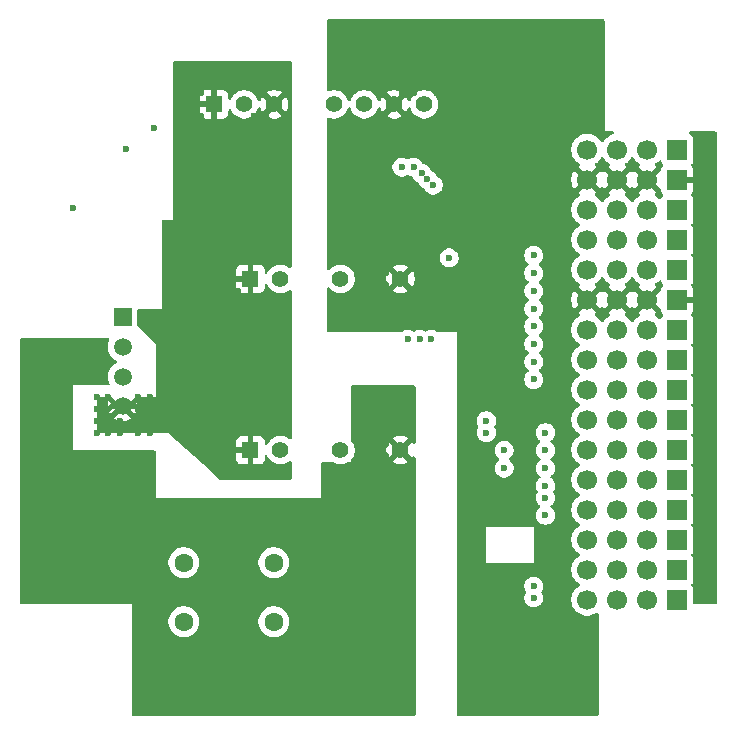
<source format=gbl>
%TF.GenerationSoftware,KiCad,Pcbnew,9.0.4*%
%TF.CreationDate,2025-11-06T05:10:14+09:00*%
%TF.ProjectId,CAN_Isolation_mini,43414e5f-4973-46f6-9c61-74696f6e5f6d,Ver.1.1*%
%TF.SameCoordinates,Original*%
%TF.FileFunction,Copper,L4,Bot*%
%TF.FilePolarity,Positive*%
%FSLAX46Y46*%
G04 Gerber Fmt 4.6, Leading zero omitted, Abs format (unit mm)*
G04 Created by KiCad (PCBNEW 9.0.4) date 2025-11-06 05:10:14*
%MOMM*%
%LPD*%
G01*
G04 APERTURE LIST*
%TA.AperFunction,ComponentPad*%
%ADD10R,1.700000X1.700000*%
%TD*%
%TA.AperFunction,ComponentPad*%
%ADD11C,1.700000*%
%TD*%
%TA.AperFunction,ComponentPad*%
%ADD12R,1.508000X1.508000*%
%TD*%
%TA.AperFunction,ComponentPad*%
%ADD13C,1.508000*%
%TD*%
%TA.AperFunction,ComponentPad*%
%ADD14C,1.600000*%
%TD*%
%TA.AperFunction,ComponentPad*%
%ADD15R,1.397000X1.397000*%
%TD*%
%TA.AperFunction,ComponentPad*%
%ADD16C,1.397000*%
%TD*%
%TA.AperFunction,ViaPad*%
%ADD17C,0.600000*%
%TD*%
%TA.AperFunction,Conductor*%
%ADD18C,0.400000*%
%TD*%
%TA.AperFunction,Conductor*%
%ADD19C,1.200000*%
%TD*%
G04 APERTURE END LIST*
D10*
%TO.P,J6,1,Pin_1*%
%TO.N,unconnected-(J6-Pin_1-Pad1)*%
X144810000Y-89500000D03*
D11*
%TO.P,J6,2,Pin_2*%
%TO.N,unconnected-(J6-Pin_2-Pad2)*%
X142270000Y-89500000D03*
%TO.P,J6,3,Pin_3*%
%TO.N,unconnected-(J6-Pin_3-Pad3)*%
X139730000Y-89500000D03*
%TO.P,J6,4,Pin_4*%
%TO.N,unconnected-(J6-Pin_4-Pad4)*%
X137190000Y-89500000D03*
%TD*%
D10*
%TO.P,J3,1,Pin_1*%
%TO.N,GND_VP*%
X144810000Y-81880000D03*
D11*
%TO.P,J3,2,Pin_2*%
X142270000Y-81880000D03*
%TO.P,J3,3,Pin_3*%
X139730000Y-81880000D03*
%TO.P,J3,4,Pin_4*%
X137190000Y-81880000D03*
%TD*%
D12*
%TO.P,J1,1,1*%
%TO.N,BAT_12V*%
X97857095Y-93544905D03*
D13*
%TO.P,J1,2,2*%
%TO.N,CAN_H*%
X97857095Y-96044905D03*
%TO.P,J1,3,3*%
%TO.N,CAN_L*%
X97857095Y-98544905D03*
%TO.P,J1,4,4*%
%TO.N,BAT_GND*%
X97857095Y-101044905D03*
%TD*%
D10*
%TO.P,J8,1,Pin_1*%
%TO.N,+3.3VP*%
X144810000Y-94580000D03*
D11*
%TO.P,J8,2,Pin_2*%
X142270000Y-94580000D03*
%TO.P,J8,3,Pin_3*%
X139730000Y-94580000D03*
%TO.P,J8,4,Pin_4*%
X137190000Y-94580000D03*
%TD*%
D10*
%TO.P,J11,1,Pin_1*%
%TO.N,CAN_LED*%
X144810000Y-102200000D03*
D11*
%TO.P,J11,2,Pin_2*%
X142270000Y-102200000D03*
%TO.P,J11,3,Pin_3*%
X139730000Y-102200000D03*
%TO.P,J11,4,Pin_4*%
X137190000Y-102200000D03*
%TD*%
D10*
%TO.P,J17,1,Pin_1*%
%TO.N,unconnected-(J17-Pin_1-Pad1)*%
X144810000Y-117440000D03*
D11*
%TO.P,J17,2,Pin_2*%
%TO.N,unconnected-(J17-Pin_2-Pad2)*%
X142270000Y-117440000D03*
%TO.P,J17,3,Pin_3*%
%TO.N,unconnected-(J17-Pin_3-Pad3)*%
X139730000Y-117440000D03*
%TO.P,J17,4,Pin_4*%
%TO.N,unconnected-(J17-Pin_4-Pad4)*%
X137190000Y-117440000D03*
%TD*%
D10*
%TO.P,J15,1,Pin_1*%
%TO.N,CAN_SCK*%
X144810000Y-112360000D03*
D11*
%TO.P,J15,2,Pin_2*%
X142270000Y-112360000D03*
%TO.P,J15,3,Pin_3*%
X139730000Y-112360000D03*
%TO.P,J15,4,Pin_4*%
X137190000Y-112360000D03*
%TD*%
D10*
%TO.P,J13,1,Pin_1*%
%TO.N,CAN_SDO*%
X144810000Y-107280000D03*
D11*
%TO.P,J13,2,Pin_2*%
X142270000Y-107280000D03*
%TO.P,J13,3,Pin_3*%
X139730000Y-107280000D03*
%TO.P,J13,4,Pin_4*%
X137190000Y-107280000D03*
%TD*%
D14*
%TO.P,R12,1*%
%TO.N,Net-(C12-Pad1)*%
X103037095Y-114294905D03*
%TO.P,R12,2*%
%TO.N,CAN_L*%
X110657095Y-114294905D03*
%TD*%
D10*
%TO.P,J16,1,Pin_1*%
%TO.N,unconnected-(J16-Pin_1-Pad1)*%
X144810000Y-114900000D03*
D11*
%TO.P,J16,2,Pin_2*%
%TO.N,unconnected-(J16-Pin_2-Pad2)*%
X142270000Y-114900000D03*
%TO.P,J16,3,Pin_3*%
%TO.N,unconnected-(J16-Pin_3-Pad3)*%
X139730000Y-114900000D03*
%TO.P,J16,4,Pin_4*%
%TO.N,unconnected-(J16-Pin_4-Pad4)*%
X137190000Y-114900000D03*
%TD*%
D10*
%TO.P,J7,1,Pin_1*%
%TO.N,GND_VP*%
X144810000Y-92040000D03*
D11*
%TO.P,J7,2,Pin_2*%
X142270000Y-92040000D03*
%TO.P,J7,3,Pin_3*%
X139730000Y-92040000D03*
%TO.P,J7,4,Pin_4*%
X137190000Y-92040000D03*
%TD*%
D10*
%TO.P,J10,1,Pin_1*%
%TO.N,unconnected-(J10-Pin_1-Pad1)*%
X144810000Y-99660000D03*
D11*
%TO.P,J10,2,Pin_2*%
%TO.N,unconnected-(J10-Pin_2-Pad2)*%
X142270000Y-99660000D03*
%TO.P,J10,3,Pin_3*%
%TO.N,unconnected-(J10-Pin_3-Pad3)*%
X139730000Y-99660000D03*
%TO.P,J10,4,Pin_4*%
%TO.N,unconnected-(J10-Pin_4-Pad4)*%
X137190000Y-99660000D03*
%TD*%
D15*
%TO.P,U3,1,-VIN*%
%TO.N,BAT_GND*%
X108680095Y-90270905D03*
D16*
%TO.P,U3,2,+VIN*%
%TO.N,BAT_12V*%
X111220095Y-90270905D03*
%TO.P,U3,3,+VOUT*%
%TO.N,+3.3VP*%
X116300095Y-90270905D03*
%TO.P,U3,4,-VOUT*%
%TO.N,GND_VP*%
X121380095Y-90270905D03*
%TD*%
D15*
%TO.P,U4,1,-VIN*%
%TO.N,BAT_GND*%
X108680095Y-104770905D03*
D16*
%TO.P,U4,2,+VIN*%
%TO.N,BAT_12V*%
X111220095Y-104770905D03*
%TO.P,U4,3,+VOUT*%
%TO.N,+5VCAN*%
X116300095Y-104770905D03*
%TO.P,U4,4,-VOUT*%
%TO.N,GND_5VCAN*%
X121380095Y-104770905D03*
%TD*%
D10*
%TO.P,J9,1,Pin_1*%
%TO.N,unconnected-(J9-Pin_1-Pad1)*%
X144810000Y-97120000D03*
D11*
%TO.P,J9,2,Pin_2*%
%TO.N,unconnected-(J9-Pin_2-Pad2)*%
X142270000Y-97120000D03*
%TO.P,J9,3,Pin_3*%
%TO.N,unconnected-(J9-Pin_3-Pad3)*%
X139730000Y-97120000D03*
%TO.P,J9,4,Pin_4*%
%TO.N,unconnected-(J9-Pin_4-Pad4)*%
X137190000Y-97120000D03*
%TD*%
D15*
%TO.P,U7,1,-VIN*%
%TO.N,BAT_GND*%
X105610000Y-75500000D03*
D16*
%TO.P,U7,2,+VIN*%
%TO.N,BAT_12V*%
X108150000Y-75500000D03*
%TO.P,U7,3,RC*%
%TO.N,BAT_GND*%
X110690000Y-75500000D03*
%TO.P,U7,5,NC*%
%TO.N,unconnected-(U7-NC-Pad5)*%
X115770000Y-75500000D03*
%TO.P,U7,6,+VOUT*%
%TO.N,+5VP*%
X118310000Y-75500000D03*
%TO.P,U7,7,-VOUT*%
%TO.N,GND_VP*%
X120850000Y-75500000D03*
%TO.P,U7,8,NC*%
%TO.N,unconnected-(U7-NC-Pad8)*%
X123390000Y-75500000D03*
%TD*%
D14*
%TO.P,R11,1*%
%TO.N,CAN_H*%
X110657095Y-119294905D03*
%TO.P,R11,2*%
%TO.N,Net-(C12-Pad1)*%
X103037095Y-119294905D03*
%TD*%
D10*
%TO.P,J2,1,Pin_1*%
%TO.N,unconnected-(J2-Pin_1-Pad1)*%
X144810000Y-79340000D03*
D11*
%TO.P,J2,2,Pin_2*%
%TO.N,unconnected-(J2-Pin_2-Pad2)*%
X142270000Y-79340000D03*
%TO.P,J2,3,Pin_3*%
%TO.N,unconnected-(J2-Pin_3-Pad3)*%
X139730000Y-79340000D03*
%TO.P,J2,4,Pin_4*%
%TO.N,unconnected-(J2-Pin_4-Pad4)*%
X137190000Y-79340000D03*
%TD*%
D10*
%TO.P,J5,1,Pin_1*%
%TO.N,unconnected-(J5-Pin_1-Pad1)*%
X144810000Y-86960000D03*
D11*
%TO.P,J5,2,Pin_2*%
%TO.N,unconnected-(J5-Pin_2-Pad2)*%
X142270000Y-86960000D03*
%TO.P,J5,3,Pin_3*%
%TO.N,unconnected-(J5-Pin_3-Pad3)*%
X139730000Y-86960000D03*
%TO.P,J5,4,Pin_4*%
%TO.N,unconnected-(J5-Pin_4-Pad4)*%
X137190000Y-86960000D03*
%TD*%
D10*
%TO.P,J14,1,Pin_1*%
%TO.N,CAN_SDI*%
X144810000Y-109820000D03*
D11*
%TO.P,J14,2,Pin_2*%
X142270000Y-109820000D03*
%TO.P,J14,3,Pin_3*%
X139730000Y-109820000D03*
%TO.P,J14,4,Pin_4*%
X137190000Y-109820000D03*
%TD*%
D10*
%TO.P,J4,1,Pin_1*%
%TO.N,+5VP*%
X144810000Y-84420000D03*
D11*
%TO.P,J4,2,Pin_2*%
X142270000Y-84420000D03*
%TO.P,J4,3,Pin_3*%
X139730000Y-84420000D03*
%TO.P,J4,4,Pin_4*%
X137190000Y-84420000D03*
%TD*%
D10*
%TO.P,J12,1,Pin_1*%
%TO.N,CAN_CS*%
X144810000Y-104740000D03*
D11*
%TO.P,J12,2,Pin_2*%
X142270000Y-104740000D03*
%TO.P,J12,3,Pin_3*%
X139730000Y-104740000D03*
%TO.P,J12,4,Pin_4*%
X137190000Y-104740000D03*
%TD*%
D17*
%TO.N,BAT_GND*%
X110657095Y-94270905D03*
X109657095Y-99294905D03*
X107657095Y-92294905D03*
X111657095Y-94294905D03*
X106657095Y-98294905D03*
X108000000Y-84500000D03*
X99157095Y-101294905D03*
X108657095Y-95294905D03*
X110000000Y-76500000D03*
X107657095Y-90294905D03*
X106657095Y-95294905D03*
X106657095Y-94294905D03*
X107000000Y-80500000D03*
X111000000Y-83500000D03*
X109657095Y-95294905D03*
X107657095Y-97294905D03*
X108657095Y-100294905D03*
X111000000Y-80500000D03*
X103500000Y-79500000D03*
X103500000Y-77500000D03*
X99157095Y-102294905D03*
X108657095Y-92294905D03*
X95657095Y-100294905D03*
X109657095Y-102294905D03*
X108657095Y-93294905D03*
X107657095Y-103294905D03*
X100157095Y-100294905D03*
X106657095Y-90294905D03*
X109657095Y-101294905D03*
X107657095Y-93294905D03*
X96657095Y-103294905D03*
X97657095Y-102294905D03*
X106657095Y-97294905D03*
X110000000Y-84500000D03*
X108657095Y-102294905D03*
X107000000Y-79500000D03*
X108657095Y-103294905D03*
X107000000Y-84500000D03*
X103500000Y-80500000D03*
X110657095Y-97294905D03*
X109000000Y-84500000D03*
X110657095Y-93294905D03*
X108000000Y-79500000D03*
X95657095Y-103294905D03*
X107000000Y-85500000D03*
X108000000Y-85500000D03*
X110000000Y-85500000D03*
X108657095Y-96294905D03*
X104000000Y-84500000D03*
X111657095Y-99294905D03*
X95657095Y-101294905D03*
X109000000Y-78500000D03*
X110657095Y-100294905D03*
X96657095Y-102294905D03*
X108000000Y-78500000D03*
X104500000Y-80500000D03*
X111657095Y-100294905D03*
X110000000Y-81500000D03*
X109657095Y-100294905D03*
X110000000Y-78500000D03*
X111657095Y-93294905D03*
X107657095Y-99294905D03*
X108657095Y-98294905D03*
X104500000Y-77500000D03*
X108657095Y-97294905D03*
X110000000Y-77500000D03*
X109657095Y-98294905D03*
X110657095Y-95294905D03*
X107657095Y-95294905D03*
X109000000Y-85500000D03*
X108000000Y-82500000D03*
X111000000Y-85500000D03*
X111000000Y-84500000D03*
X103500000Y-78500000D03*
X99157095Y-100294905D03*
X110000000Y-83500000D03*
X104500000Y-75500000D03*
X107000000Y-74500000D03*
X106657095Y-100294905D03*
X111657095Y-95294905D03*
X109000000Y-83500000D03*
X96657095Y-100294905D03*
X104000000Y-85500000D03*
X103500000Y-74500000D03*
X108657095Y-94294905D03*
X111657095Y-102294905D03*
X108657095Y-101294905D03*
X109000000Y-77500000D03*
X107657095Y-100294905D03*
X106657095Y-92294905D03*
X109657095Y-93294905D03*
X109657095Y-92294905D03*
X100157095Y-101294905D03*
X109657095Y-103294905D03*
X107657095Y-101294905D03*
X111657095Y-92294905D03*
X104000000Y-83500000D03*
X111000000Y-82500000D03*
X107657095Y-102294905D03*
X107000000Y-78500000D03*
X109000000Y-80500000D03*
X103500000Y-75500000D03*
X109657095Y-97294905D03*
X109000000Y-81500000D03*
X104500000Y-79500000D03*
X110657095Y-101294905D03*
X109000000Y-76500000D03*
X110657095Y-99294905D03*
X110000000Y-80500000D03*
X104500000Y-81500000D03*
X96657095Y-101294905D03*
X104500000Y-76500000D03*
X107000000Y-77500000D03*
X104500000Y-78500000D03*
X110657095Y-92294905D03*
X111000000Y-79500000D03*
X99157095Y-103294905D03*
X110657095Y-96294905D03*
X107657095Y-98294905D03*
X109657095Y-94294905D03*
X110000000Y-79500000D03*
X95657095Y-102294905D03*
X111657095Y-103294905D03*
X111000000Y-77500000D03*
X106657095Y-102294905D03*
X110657095Y-102294905D03*
X109000000Y-79500000D03*
X111657095Y-98294905D03*
X110657095Y-98294905D03*
X106657095Y-99294905D03*
X107657095Y-94294905D03*
X108000000Y-81500000D03*
X107000000Y-82500000D03*
X104500000Y-82500000D03*
X111657095Y-101294905D03*
X104500000Y-74500000D03*
X107000000Y-83500000D03*
X108657095Y-99294905D03*
X111657095Y-97294905D03*
X106657095Y-101294905D03*
X108000000Y-77500000D03*
X106657095Y-103294905D03*
X109657095Y-96294905D03*
X110000000Y-82500000D03*
X100157095Y-103294905D03*
X111000000Y-81500000D03*
X107657095Y-91294905D03*
X110657095Y-103294905D03*
X106657095Y-96294905D03*
X97657095Y-103294905D03*
X103500000Y-81500000D03*
X111657095Y-96294905D03*
X108000000Y-80500000D03*
X106657095Y-93294905D03*
X103500000Y-76500000D03*
X111000000Y-78500000D03*
X108000000Y-83500000D03*
X107000000Y-76500000D03*
X107657095Y-96294905D03*
X100157095Y-102294905D03*
X107000000Y-81500000D03*
X106657095Y-91294905D03*
X109000000Y-82500000D03*
%TO.N,GND_5VCAN*%
X120157095Y-107294905D03*
X113157095Y-114294905D03*
X111157095Y-109294905D03*
X118157095Y-114294905D03*
X97657095Y-114294905D03*
X115157095Y-109294905D03*
X96657095Y-109294905D03*
X107157095Y-110294905D03*
X116157095Y-108294905D03*
X95657095Y-111294905D03*
X122157095Y-106294905D03*
X97657095Y-113294905D03*
X122157095Y-111294905D03*
X97657095Y-117294905D03*
X120157095Y-109294905D03*
X93657095Y-113294905D03*
X95657095Y-112294905D03*
X97657095Y-108294905D03*
X121157095Y-106294905D03*
X117157095Y-109294905D03*
X108157095Y-109294905D03*
X118157095Y-111294905D03*
X94657095Y-110294905D03*
X122157095Y-107294905D03*
X118157095Y-112294905D03*
X108157095Y-110294905D03*
X118157095Y-102294905D03*
X120157095Y-102294905D03*
X97657095Y-109294905D03*
X106157095Y-109294905D03*
X113157095Y-112294905D03*
X122157095Y-110294905D03*
X95657095Y-114294905D03*
X113157095Y-109294905D03*
X96657095Y-110294905D03*
X97657095Y-106294905D03*
X96657095Y-115294905D03*
X96657095Y-113294905D03*
X103157095Y-109294905D03*
X119157095Y-113294905D03*
X119157095Y-102294905D03*
X96657095Y-117294905D03*
X117157095Y-114294905D03*
X102157095Y-109294905D03*
X114157095Y-109294905D03*
X99657095Y-116294905D03*
X94657095Y-114294905D03*
X100657095Y-115294905D03*
X114157095Y-114294905D03*
X100657095Y-117294905D03*
X93657095Y-110294905D03*
X115157095Y-112294905D03*
X94657095Y-109294905D03*
X121157095Y-108294905D03*
X114157095Y-111294905D03*
X95657095Y-113294905D03*
X98657095Y-117294905D03*
X120157095Y-106294905D03*
X119157095Y-108294905D03*
X114157095Y-110294905D03*
X99657095Y-115294905D03*
X112157095Y-110294905D03*
X111157095Y-112294905D03*
X96657095Y-111294905D03*
X99657095Y-113294905D03*
X109157095Y-109294905D03*
X121157095Y-109294905D03*
X100657095Y-119294905D03*
X96657095Y-114294905D03*
X120157095Y-105294905D03*
X96657095Y-107294905D03*
X115157095Y-107294905D03*
X121157095Y-111294905D03*
X117157095Y-111294905D03*
X96657095Y-116294905D03*
X94657095Y-108294905D03*
X111157095Y-111294905D03*
X117157095Y-113294905D03*
X116157095Y-111294905D03*
X95657095Y-115294905D03*
X112157095Y-112294905D03*
X115157095Y-106294905D03*
X100657095Y-120294905D03*
X97657095Y-111294905D03*
X97657095Y-110294905D03*
X105157095Y-109294905D03*
X114157095Y-113294905D03*
X114157095Y-112294905D03*
X94657095Y-113294905D03*
X122157095Y-109294905D03*
X99657095Y-114294905D03*
X93657095Y-106294905D03*
X121157095Y-110294905D03*
X120157095Y-108294905D03*
X120157095Y-110294905D03*
X118157095Y-103294905D03*
X112157095Y-109294905D03*
X119157095Y-104294905D03*
X95657095Y-109294905D03*
X118157095Y-107294905D03*
X93657095Y-107294905D03*
X104157095Y-109294905D03*
X122157095Y-108294905D03*
X113157095Y-111294905D03*
X118157095Y-104294905D03*
X113157095Y-110294905D03*
X117157095Y-108294905D03*
X105157095Y-110294905D03*
X100657095Y-118294905D03*
X119157095Y-110294905D03*
X119157095Y-109294905D03*
X102157095Y-110294905D03*
X95657095Y-106294905D03*
X120157095Y-104294905D03*
X97657095Y-112294905D03*
X117157095Y-107294905D03*
X98657095Y-109294905D03*
X95657095Y-107294905D03*
X98657095Y-110294905D03*
X94657095Y-106294905D03*
X99657095Y-118294905D03*
X115157095Y-114294905D03*
X100657095Y-116294905D03*
X103157095Y-110294905D03*
X94657095Y-112294905D03*
X116157095Y-113294905D03*
X92657095Y-110294905D03*
X99657095Y-119294905D03*
X96657095Y-112294905D03*
X118157095Y-113294905D03*
X116157095Y-109294905D03*
X116157095Y-110294905D03*
X119157095Y-106294905D03*
X121157095Y-107294905D03*
X107157095Y-109294905D03*
X92657095Y-113294905D03*
X111157095Y-110294905D03*
X96657095Y-108294905D03*
X97657095Y-107294905D03*
X98657095Y-114294905D03*
X119157095Y-107294905D03*
X118157095Y-106294905D03*
X94657095Y-115294905D03*
X110157095Y-109294905D03*
X110157095Y-111294905D03*
X120157095Y-111294905D03*
X118157095Y-109294905D03*
X99657095Y-117294905D03*
X109157095Y-110294905D03*
X115157095Y-108294905D03*
X95657095Y-116294905D03*
X115157095Y-113294905D03*
X119157095Y-111294905D03*
X93657095Y-114294905D03*
X116157095Y-106294905D03*
X94657095Y-111294905D03*
X117157095Y-112294905D03*
X116157095Y-107294905D03*
X116157095Y-114294905D03*
X120157095Y-103294905D03*
X118157095Y-105294905D03*
X99657095Y-120294905D03*
X119157095Y-112294905D03*
X117157095Y-110294905D03*
X98657095Y-115294905D03*
X118157095Y-110294905D03*
X97657095Y-115294905D03*
X117157095Y-106294905D03*
X113157095Y-113294905D03*
X94657095Y-107294905D03*
X115157095Y-111294905D03*
X104157095Y-110294905D03*
X98657095Y-116294905D03*
X119157095Y-103294905D03*
X118157095Y-108294905D03*
X98657095Y-113294905D03*
X112157095Y-111294905D03*
X106157095Y-110294905D03*
X116157095Y-112294905D03*
X115157095Y-110294905D03*
X95657095Y-110294905D03*
X119157095Y-105294905D03*
X110157095Y-110294905D03*
X95657095Y-108294905D03*
X96657095Y-106294905D03*
X97657095Y-116294905D03*
%TO.N,CAN_CS*%
X133657095Y-103294905D03*
X132657095Y-98794905D03*
%TO.N,CAN_SDO*%
X133657095Y-104794905D03*
X132657095Y-97294905D03*
%TO.N,CAN_SDI*%
X133657095Y-106294905D03*
X132657095Y-95794905D03*
%TO.N,CAN_SCK*%
X132657095Y-94294905D03*
X133657095Y-107794905D03*
%TO.N,CAN_GPIO0*%
X132657095Y-92794905D03*
X133657095Y-108794905D03*
%TO.N,CAN_GPIO1*%
X133657095Y-110294905D03*
X132657095Y-91294905D03*
%TO.N,CAN_CLK*%
X130157095Y-104794905D03*
X132657095Y-88294905D03*
%TO.N,CAN_INT*%
X132657095Y-89794905D03*
X130157095Y-106294905D03*
%TO.N,Net-(U1-RXCAN)*%
X128657095Y-103294905D03*
X132657095Y-116294905D03*
%TO.N,Net-(U1-TXCAN)*%
X128657095Y-102294905D03*
X132657095Y-117294905D03*
%TO.N,CAN_LED*%
X98157095Y-79294905D03*
%TO.N,GND_VP*%
X122157095Y-92794905D03*
X125500000Y-79000000D03*
X119157095Y-93794905D03*
X121157095Y-87794905D03*
X133000000Y-77000000D03*
X123157095Y-93794905D03*
X127657095Y-115794905D03*
X122157095Y-88794905D03*
X125500000Y-75500000D03*
X118157095Y-91794905D03*
X126657095Y-116794905D03*
X120157095Y-92794905D03*
X130157095Y-101294905D03*
X134000000Y-120000000D03*
X128657095Y-115794905D03*
X128657095Y-100294905D03*
X122500000Y-79000000D03*
X120500000Y-73500000D03*
X122157095Y-93794905D03*
X121157095Y-91794905D03*
X128157095Y-100794905D03*
X124500000Y-78000000D03*
X121500000Y-79000000D03*
X123157095Y-89794905D03*
X127657095Y-114794905D03*
X126657095Y-115794905D03*
X121500000Y-73500000D03*
X124500000Y-80000000D03*
X125500000Y-74500000D03*
X128157095Y-99794905D03*
X127657095Y-112794905D03*
X120157095Y-87794905D03*
X126657095Y-110794905D03*
X127657095Y-100294905D03*
X100500000Y-77500000D03*
X134000000Y-121000000D03*
X123500000Y-73500000D03*
X120157095Y-88794905D03*
X119157095Y-89794905D03*
X123500000Y-77000000D03*
X122500000Y-74500000D03*
X120500000Y-78000000D03*
X123157095Y-88794905D03*
X127657095Y-116794905D03*
X119157095Y-90794905D03*
X124500000Y-79000000D03*
X127657095Y-110794905D03*
X120500000Y-77000000D03*
X119157095Y-92794905D03*
X118157095Y-88794905D03*
X122157095Y-87794905D03*
X125500000Y-73500000D03*
X121157095Y-93794905D03*
X118157095Y-89794905D03*
X127657095Y-111794905D03*
X125500000Y-80000000D03*
X133000000Y-121000000D03*
X132000000Y-122000000D03*
X122500000Y-77000000D03*
X127657095Y-113794905D03*
X137000000Y-77000000D03*
X118157095Y-92794905D03*
X124500000Y-74500000D03*
X122157095Y-91794905D03*
X122500000Y-73500000D03*
X133000000Y-120000000D03*
X119157095Y-91794905D03*
X121157095Y-88794905D03*
X134000000Y-122000000D03*
X131000000Y-77000000D03*
X123157095Y-92794905D03*
X121500000Y-77000000D03*
X121500000Y-78000000D03*
X126657095Y-112794905D03*
X118157095Y-90794905D03*
X134000000Y-77000000D03*
X133000000Y-122000000D03*
X126657095Y-113794905D03*
X130000000Y-77000000D03*
X124500000Y-77000000D03*
X123157095Y-91794905D03*
X121500000Y-74500000D03*
X120157095Y-90794905D03*
X127657095Y-117794905D03*
X120157095Y-91794905D03*
X121157095Y-92794905D03*
X126657095Y-111794905D03*
X118157095Y-87794905D03*
X136000000Y-77000000D03*
X128657095Y-117794905D03*
X132000000Y-77000000D03*
X120157095Y-93794905D03*
X119157095Y-88794905D03*
X129157095Y-101294905D03*
X135000000Y-77000000D03*
X124500000Y-73500000D03*
X123500000Y-79000000D03*
X123157095Y-87794905D03*
X126657095Y-117794905D03*
X125500000Y-78000000D03*
X119157095Y-87794905D03*
X128657095Y-116794905D03*
X125500000Y-77000000D03*
X126657095Y-114794905D03*
X123157095Y-90794905D03*
X120157095Y-89794905D03*
X123500000Y-78000000D03*
X122500000Y-78000000D03*
X138000000Y-77000000D03*
%TO.N,+3.3VP*%
X122000000Y-95398305D03*
X125500000Y-88500000D03*
X123000000Y-95398305D03*
X93657095Y-84294905D03*
X124000000Y-95398305D03*
%TO.N,+5VP*%
X124162500Y-82337500D03*
X123662500Y-81837500D03*
X122500000Y-80810000D03*
X121500000Y-80810000D03*
X123162500Y-81337500D03*
%TD*%
D18*
%TO.N,BAT_GND*%
X97857095Y-101044905D02*
X98907095Y-101044905D01*
D19*
X108680095Y-104770905D02*
X108680095Y-104817905D01*
D18*
X98907095Y-101044905D02*
X99157095Y-101294905D01*
X97857095Y-101044905D02*
X98407095Y-101044905D01*
X97857095Y-101044905D02*
X97407095Y-101044905D01*
X97857095Y-101044905D02*
X96907095Y-101044905D01*
D19*
X108680095Y-104770905D02*
X108681095Y-104770905D01*
D18*
X97407095Y-101044905D02*
X96657095Y-100294905D01*
X96907095Y-101044905D02*
X96657095Y-101294905D01*
X98407095Y-101044905D02*
X99157095Y-100294905D01*
%TD*%
%TA.AperFunction,Conductor*%
%TO.N,BAT_GND*%
G36*
X112100134Y-71814590D02*
G01*
X112145889Y-71867394D01*
X112157095Y-71918905D01*
X112157095Y-89226266D01*
X112137410Y-89293305D01*
X112084606Y-89339060D01*
X112015448Y-89349004D01*
X111960209Y-89326584D01*
X111848508Y-89245428D01*
X111680353Y-89159749D01*
X111680352Y-89159748D01*
X111680351Y-89159748D01*
X111500862Y-89101428D01*
X111500860Y-89101427D01*
X111500858Y-89101427D01*
X111314463Y-89071905D01*
X111314458Y-89071905D01*
X111125732Y-89071905D01*
X111125727Y-89071905D01*
X110939331Y-89101427D01*
X110759836Y-89159749D01*
X110591681Y-89245428D01*
X110525785Y-89293305D01*
X110438999Y-89356359D01*
X110438997Y-89356361D01*
X110438996Y-89356361D01*
X110305551Y-89489806D01*
X110305551Y-89489807D01*
X110305549Y-89489809D01*
X110257908Y-89555380D01*
X110194618Y-89642491D01*
X110113080Y-89802519D01*
X110065105Y-89853315D01*
X109997284Y-89870110D01*
X109931149Y-89847573D01*
X109887698Y-89792857D01*
X109878595Y-89746224D01*
X109878595Y-89524577D01*
X109878594Y-89524560D01*
X109872193Y-89465032D01*
X109872191Y-89465025D01*
X109821949Y-89330318D01*
X109821945Y-89330311D01*
X109735785Y-89215217D01*
X109735782Y-89215214D01*
X109620688Y-89129054D01*
X109620681Y-89129050D01*
X109485974Y-89078808D01*
X109485967Y-89078806D01*
X109426439Y-89072405D01*
X108930095Y-89072405D01*
X108930095Y-89901977D01*
X108851666Y-89856697D01*
X108738615Y-89826405D01*
X108621575Y-89826405D01*
X108508524Y-89856697D01*
X108430095Y-89901977D01*
X108430095Y-89072405D01*
X107933750Y-89072405D01*
X107874222Y-89078806D01*
X107874215Y-89078808D01*
X107739508Y-89129050D01*
X107739501Y-89129054D01*
X107624407Y-89215214D01*
X107624404Y-89215217D01*
X107538244Y-89330311D01*
X107538240Y-89330318D01*
X107487998Y-89465025D01*
X107487996Y-89465032D01*
X107481595Y-89524560D01*
X107481595Y-90020905D01*
X108311168Y-90020905D01*
X108265887Y-90099334D01*
X108235595Y-90212385D01*
X108235595Y-90329425D01*
X108265887Y-90442476D01*
X108311168Y-90520905D01*
X107481595Y-90520905D01*
X107481595Y-91017249D01*
X107487996Y-91076777D01*
X107487998Y-91076784D01*
X107538240Y-91211491D01*
X107538244Y-91211498D01*
X107624404Y-91326592D01*
X107624407Y-91326595D01*
X107739501Y-91412755D01*
X107739508Y-91412759D01*
X107874215Y-91463001D01*
X107874222Y-91463003D01*
X107933750Y-91469404D01*
X107933767Y-91469405D01*
X108430095Y-91469405D01*
X108430095Y-90639832D01*
X108508524Y-90685113D01*
X108621575Y-90715405D01*
X108738615Y-90715405D01*
X108851666Y-90685113D01*
X108930095Y-90639832D01*
X108930095Y-91469405D01*
X109426423Y-91469405D01*
X109426439Y-91469404D01*
X109485967Y-91463003D01*
X109485974Y-91463001D01*
X109620681Y-91412759D01*
X109620688Y-91412755D01*
X109735782Y-91326595D01*
X109735785Y-91326592D01*
X109821945Y-91211498D01*
X109821949Y-91211491D01*
X109872191Y-91076784D01*
X109872193Y-91076777D01*
X109878594Y-91017249D01*
X109878595Y-91017232D01*
X109878595Y-90795585D01*
X109898280Y-90728546D01*
X109951084Y-90682791D01*
X110020242Y-90672847D01*
X110083798Y-90701872D01*
X110113079Y-90739289D01*
X110194618Y-90899318D01*
X110305549Y-91052001D01*
X110438999Y-91185451D01*
X110591682Y-91296382D01*
X110759839Y-91382062D01*
X110939328Y-91440382D01*
X111009229Y-91451453D01*
X111125727Y-91469905D01*
X111125732Y-91469905D01*
X111314463Y-91469905D01*
X111418015Y-91453503D01*
X111500862Y-91440382D01*
X111680351Y-91382062D01*
X111848508Y-91296382D01*
X111960212Y-91215223D01*
X112026015Y-91191745D01*
X112094069Y-91207570D01*
X112142764Y-91257675D01*
X112157095Y-91315543D01*
X112157095Y-103726266D01*
X112137410Y-103793305D01*
X112084606Y-103839060D01*
X112015448Y-103849004D01*
X111960209Y-103826584D01*
X111848508Y-103745428D01*
X111680353Y-103659749D01*
X111680352Y-103659748D01*
X111680351Y-103659748D01*
X111500862Y-103601428D01*
X111500860Y-103601427D01*
X111500858Y-103601427D01*
X111314463Y-103571905D01*
X111314458Y-103571905D01*
X111125732Y-103571905D01*
X111125727Y-103571905D01*
X110939331Y-103601427D01*
X110759836Y-103659749D01*
X110591681Y-103745428D01*
X110525785Y-103793305D01*
X110438999Y-103856359D01*
X110438997Y-103856361D01*
X110438996Y-103856361D01*
X110305551Y-103989806D01*
X110305551Y-103989807D01*
X110305549Y-103989809D01*
X110257908Y-104055380D01*
X110194618Y-104142491D01*
X110113080Y-104302519D01*
X110065105Y-104353315D01*
X109997284Y-104370110D01*
X109931149Y-104347573D01*
X109887698Y-104292857D01*
X109878595Y-104246224D01*
X109878595Y-104024577D01*
X109878594Y-104024560D01*
X109872193Y-103965032D01*
X109872191Y-103965025D01*
X109821949Y-103830318D01*
X109821945Y-103830311D01*
X109735785Y-103715217D01*
X109735782Y-103715214D01*
X109620688Y-103629054D01*
X109620681Y-103629050D01*
X109485974Y-103578808D01*
X109485967Y-103578806D01*
X109426439Y-103572405D01*
X108930095Y-103572405D01*
X108930095Y-104401977D01*
X108851666Y-104356697D01*
X108738615Y-104326405D01*
X108621575Y-104326405D01*
X108508524Y-104356697D01*
X108430095Y-104401977D01*
X108430095Y-103572405D01*
X107933750Y-103572405D01*
X107874222Y-103578806D01*
X107874215Y-103578808D01*
X107739508Y-103629050D01*
X107739501Y-103629054D01*
X107624407Y-103715214D01*
X107624404Y-103715217D01*
X107538244Y-103830311D01*
X107538240Y-103830318D01*
X107487998Y-103965025D01*
X107487996Y-103965032D01*
X107481595Y-104024560D01*
X107481595Y-104520905D01*
X108311168Y-104520905D01*
X108265887Y-104599334D01*
X108235595Y-104712385D01*
X108235595Y-104829425D01*
X108265887Y-104942476D01*
X108311168Y-105020905D01*
X107481595Y-105020905D01*
X107481595Y-105517249D01*
X107487996Y-105576777D01*
X107487998Y-105576784D01*
X107538240Y-105711491D01*
X107538244Y-105711498D01*
X107624404Y-105826592D01*
X107624407Y-105826595D01*
X107739501Y-105912755D01*
X107739508Y-105912759D01*
X107874215Y-105963001D01*
X107874222Y-105963003D01*
X107933750Y-105969404D01*
X107933767Y-105969405D01*
X108430095Y-105969405D01*
X108430095Y-105139832D01*
X108508524Y-105185113D01*
X108621575Y-105215405D01*
X108738615Y-105215405D01*
X108851666Y-105185113D01*
X108930095Y-105139832D01*
X108930095Y-105969405D01*
X109426423Y-105969405D01*
X109426439Y-105969404D01*
X109485967Y-105963003D01*
X109485974Y-105963001D01*
X109620681Y-105912759D01*
X109620688Y-105912755D01*
X109735782Y-105826595D01*
X109735785Y-105826592D01*
X109821945Y-105711498D01*
X109821949Y-105711491D01*
X109872191Y-105576784D01*
X109872193Y-105576777D01*
X109878594Y-105517249D01*
X109878595Y-105517232D01*
X109878595Y-105295585D01*
X109898280Y-105228546D01*
X109951084Y-105182791D01*
X110020242Y-105172847D01*
X110083798Y-105201872D01*
X110113079Y-105239289D01*
X110194618Y-105399318D01*
X110305549Y-105552001D01*
X110438999Y-105685451D01*
X110591682Y-105796382D01*
X110759839Y-105882062D01*
X110939328Y-105940382D01*
X111009229Y-105951453D01*
X111125727Y-105969905D01*
X111125732Y-105969905D01*
X111314463Y-105969905D01*
X111418015Y-105953503D01*
X111500862Y-105940382D01*
X111680351Y-105882062D01*
X111848508Y-105796382D01*
X111960212Y-105715223D01*
X112026015Y-105691745D01*
X112094069Y-105707570D01*
X112142764Y-105757675D01*
X112157095Y-105815543D01*
X112157095Y-107170905D01*
X112137410Y-107237944D01*
X112084606Y-107283699D01*
X112033095Y-107294905D01*
X106204240Y-107294905D01*
X106137201Y-107275220D01*
X106121859Y-107263584D01*
X104658703Y-105963001D01*
X101657095Y-103294905D01*
X101657094Y-103294905D01*
X95781095Y-103294905D01*
X95714056Y-103275220D01*
X95668301Y-103222416D01*
X95657095Y-103170905D01*
X95657095Y-100418905D01*
X95676780Y-100351866D01*
X95729584Y-100306111D01*
X95781095Y-100294905D01*
X96629492Y-100294905D01*
X96696531Y-100314590D01*
X96742286Y-100367394D01*
X96752230Y-100436552D01*
X96739976Y-100475200D01*
X96694970Y-100563526D01*
X96633971Y-100751258D01*
X96603095Y-100946207D01*
X96603095Y-101143602D01*
X96633971Y-101338551D01*
X96694968Y-101526278D01*
X96784578Y-101702144D01*
X96810552Y-101737893D01*
X96810552Y-101737894D01*
X97374132Y-101174313D01*
X97391170Y-101237898D01*
X97456996Y-101351912D01*
X97550088Y-101445004D01*
X97664102Y-101510830D01*
X97727685Y-101527867D01*
X97164104Y-102091446D01*
X97164105Y-102091447D01*
X97199850Y-102117417D01*
X97199863Y-102117425D01*
X97375721Y-102207031D01*
X97563448Y-102268028D01*
X97758398Y-102298905D01*
X97955792Y-102298905D01*
X98150741Y-102268028D01*
X98338468Y-102207031D01*
X98514336Y-102117421D01*
X98550083Y-102091448D01*
X98550083Y-102091446D01*
X97986505Y-101527867D01*
X98050088Y-101510830D01*
X98164102Y-101445004D01*
X98257194Y-101351912D01*
X98323020Y-101237898D01*
X98340057Y-101174314D01*
X98903636Y-101737893D01*
X98903638Y-101737893D01*
X98929611Y-101702146D01*
X99019221Y-101526278D01*
X99080218Y-101338551D01*
X99111095Y-101143602D01*
X99111095Y-100946207D01*
X99080218Y-100751258D01*
X99019219Y-100563526D01*
X98974214Y-100475200D01*
X98961317Y-100406531D01*
X98987593Y-100341791D01*
X99044699Y-100301533D01*
X99084698Y-100294905D01*
X100657095Y-100294905D01*
X100657095Y-95794905D01*
X99147913Y-94285723D01*
X99114428Y-94224400D01*
X99111594Y-94198050D01*
X99111594Y-92918904D01*
X99131279Y-92851866D01*
X99184083Y-92806111D01*
X99235594Y-92794905D01*
X101157095Y-92794905D01*
X101157095Y-85418905D01*
X101176780Y-85351866D01*
X101229584Y-85306111D01*
X101281095Y-85294905D01*
X102157095Y-85294905D01*
X102157095Y-74753655D01*
X104411500Y-74753655D01*
X104411500Y-75250000D01*
X105241073Y-75250000D01*
X105195792Y-75328429D01*
X105165500Y-75441480D01*
X105165500Y-75558520D01*
X105195792Y-75671571D01*
X105241073Y-75750000D01*
X104411500Y-75750000D01*
X104411500Y-76246344D01*
X104417901Y-76305872D01*
X104417903Y-76305879D01*
X104468145Y-76440586D01*
X104468149Y-76440593D01*
X104554309Y-76555687D01*
X104554312Y-76555690D01*
X104669406Y-76641850D01*
X104669413Y-76641854D01*
X104804120Y-76692096D01*
X104804127Y-76692098D01*
X104863655Y-76698499D01*
X104863672Y-76698500D01*
X105360000Y-76698500D01*
X105360000Y-75868927D01*
X105438429Y-75914208D01*
X105551480Y-75944500D01*
X105668520Y-75944500D01*
X105781571Y-75914208D01*
X105860000Y-75868927D01*
X105860000Y-76698500D01*
X106356328Y-76698500D01*
X106356344Y-76698499D01*
X106415872Y-76692098D01*
X106415879Y-76692096D01*
X106550586Y-76641854D01*
X106550593Y-76641850D01*
X106665687Y-76555690D01*
X106665690Y-76555687D01*
X106751850Y-76440593D01*
X106751854Y-76440586D01*
X106802096Y-76305879D01*
X106802098Y-76305872D01*
X106808499Y-76246344D01*
X106808500Y-76246327D01*
X106808500Y-76024680D01*
X106828185Y-75957641D01*
X106880989Y-75911886D01*
X106950147Y-75901942D01*
X107013703Y-75930967D01*
X107042984Y-75968384D01*
X107124523Y-76128413D01*
X107235454Y-76281096D01*
X107368904Y-76414546D01*
X107521587Y-76525477D01*
X107689744Y-76611157D01*
X107869233Y-76669477D01*
X107939134Y-76680548D01*
X108055632Y-76699000D01*
X108055637Y-76699000D01*
X108244368Y-76699000D01*
X108347920Y-76682598D01*
X108430767Y-76669477D01*
X108610256Y-76611157D01*
X108778413Y-76525477D01*
X108931096Y-76414546D01*
X109064546Y-76281096D01*
X109175477Y-76128413D01*
X109261157Y-75960256D01*
X109302333Y-75833529D01*
X109341768Y-75775858D01*
X109406127Y-75748659D01*
X109474973Y-75760573D01*
X109526449Y-75807817D01*
X109538193Y-75833533D01*
X109579304Y-75960061D01*
X109579305Y-75960063D01*
X109664952Y-76128153D01*
X109683189Y-76153255D01*
X109683190Y-76153255D01*
X110252352Y-75584093D01*
X110275792Y-75671571D01*
X110334311Y-75772930D01*
X110417070Y-75855689D01*
X110518429Y-75914208D01*
X110605905Y-75937647D01*
X110036743Y-76506808D01*
X110036743Y-76506809D01*
X110061844Y-76525046D01*
X110229935Y-76610694D01*
X110229938Y-76610695D01*
X110409349Y-76668988D01*
X110595677Y-76698500D01*
X110784323Y-76698500D01*
X110970650Y-76668988D01*
X111150061Y-76610695D01*
X111150064Y-76610694D01*
X111318151Y-76525048D01*
X111343255Y-76506808D01*
X111343256Y-76506808D01*
X110774095Y-75937647D01*
X110861571Y-75914208D01*
X110962930Y-75855689D01*
X111045689Y-75772930D01*
X111104208Y-75671571D01*
X111127647Y-75584094D01*
X111696808Y-76153256D01*
X111696808Y-76153255D01*
X111715048Y-76128151D01*
X111800694Y-75960064D01*
X111800695Y-75960061D01*
X111858988Y-75780650D01*
X111888500Y-75594323D01*
X111888500Y-75405676D01*
X111858988Y-75219349D01*
X111800695Y-75039938D01*
X111800694Y-75039935D01*
X111715046Y-74871844D01*
X111696809Y-74846743D01*
X111696808Y-74846743D01*
X111127647Y-75415904D01*
X111104208Y-75328429D01*
X111045689Y-75227070D01*
X110962930Y-75144311D01*
X110861571Y-75085792D01*
X110774094Y-75062352D01*
X111343255Y-74493190D01*
X111343255Y-74493189D01*
X111318153Y-74474952D01*
X111150063Y-74389305D01*
X111150061Y-74389304D01*
X110970650Y-74331011D01*
X110784323Y-74301500D01*
X110595677Y-74301500D01*
X110409349Y-74331011D01*
X110229938Y-74389304D01*
X110229936Y-74389305D01*
X110061844Y-74474953D01*
X110061839Y-74474957D01*
X110036743Y-74493188D01*
X110036743Y-74493191D01*
X110605906Y-75062352D01*
X110518429Y-75085792D01*
X110417070Y-75144311D01*
X110334311Y-75227070D01*
X110275792Y-75328429D01*
X110252352Y-75415905D01*
X109683191Y-74846743D01*
X109683188Y-74846743D01*
X109664957Y-74871839D01*
X109664953Y-74871844D01*
X109579306Y-75039935D01*
X109538193Y-75166467D01*
X109498755Y-75224142D01*
X109434396Y-75251340D01*
X109365550Y-75239425D01*
X109314074Y-75192181D01*
X109302333Y-75166472D01*
X109261157Y-75039744D01*
X109175477Y-74871587D01*
X109064546Y-74718904D01*
X108931096Y-74585454D01*
X108778413Y-74474523D01*
X108719120Y-74444312D01*
X108610258Y-74388844D01*
X108610257Y-74388843D01*
X108610256Y-74388843D01*
X108430767Y-74330523D01*
X108430765Y-74330522D01*
X108430763Y-74330522D01*
X108244368Y-74301000D01*
X108244363Y-74301000D01*
X108055637Y-74301000D01*
X108055632Y-74301000D01*
X107869236Y-74330522D01*
X107689741Y-74388844D01*
X107521586Y-74474523D01*
X107434475Y-74537813D01*
X107368904Y-74585454D01*
X107368902Y-74585456D01*
X107368901Y-74585456D01*
X107235456Y-74718901D01*
X107235456Y-74718902D01*
X107235454Y-74718904D01*
X107187813Y-74784475D01*
X107124523Y-74871586D01*
X107042985Y-75031614D01*
X106995010Y-75082410D01*
X106927189Y-75099205D01*
X106861054Y-75076668D01*
X106817603Y-75021952D01*
X106808500Y-74975319D01*
X106808500Y-74753672D01*
X106808499Y-74753655D01*
X106802098Y-74694127D01*
X106802096Y-74694120D01*
X106751854Y-74559413D01*
X106751850Y-74559406D01*
X106665690Y-74444312D01*
X106665687Y-74444309D01*
X106550593Y-74358149D01*
X106550586Y-74358145D01*
X106415879Y-74307903D01*
X106415872Y-74307901D01*
X106356344Y-74301500D01*
X105860000Y-74301500D01*
X105860000Y-75131072D01*
X105781571Y-75085792D01*
X105668520Y-75055500D01*
X105551480Y-75055500D01*
X105438429Y-75085792D01*
X105360000Y-75131072D01*
X105360000Y-74301500D01*
X104863655Y-74301500D01*
X104804127Y-74307901D01*
X104804120Y-74307903D01*
X104669413Y-74358145D01*
X104669406Y-74358149D01*
X104554312Y-74444309D01*
X104554309Y-74444312D01*
X104468149Y-74559406D01*
X104468145Y-74559413D01*
X104417903Y-74694120D01*
X104417901Y-74694127D01*
X104411500Y-74753655D01*
X102157095Y-74753655D01*
X102157095Y-71918905D01*
X102176780Y-71851866D01*
X102229584Y-71806111D01*
X102281095Y-71794905D01*
X112033095Y-71794905D01*
X112100134Y-71814590D01*
G37*
%TD.AperFunction*%
%TD*%
%TA.AperFunction,Conductor*%
%TO.N,GND_5VCAN*%
G36*
X96695971Y-95314590D02*
G01*
X96741726Y-95367394D01*
X96751670Y-95436552D01*
X96739418Y-95475195D01*
X96694504Y-95563344D01*
X96694503Y-95563346D01*
X96694503Y-95563347D01*
X96633484Y-95751141D01*
X96602595Y-95946168D01*
X96602595Y-96143641D01*
X96633484Y-96338668D01*
X96694503Y-96526463D01*
X96694504Y-96526466D01*
X96784151Y-96702406D01*
X96784153Y-96702409D01*
X96900210Y-96862151D01*
X97039848Y-97001789D01*
X97189329Y-97110391D01*
X97199594Y-97117849D01*
X97330246Y-97184420D01*
X97381042Y-97232395D01*
X97397837Y-97300216D01*
X97375299Y-97366351D01*
X97330246Y-97405389D01*
X97213112Y-97465072D01*
X97199590Y-97471963D01*
X97039848Y-97588020D01*
X96900210Y-97727658D01*
X96784153Y-97887400D01*
X96694503Y-98063346D01*
X96633484Y-98251141D01*
X96602595Y-98446168D01*
X96602595Y-98643641D01*
X96633484Y-98838668D01*
X96680433Y-98983161D01*
X96694504Y-99026466D01*
X96739417Y-99114612D01*
X96752313Y-99183279D01*
X96726037Y-99248019D01*
X96668931Y-99288277D01*
X96628932Y-99294905D01*
X93657095Y-99294905D01*
X93657095Y-104794905D01*
X100533095Y-104794905D01*
X100600134Y-104814590D01*
X100645889Y-104867394D01*
X100657095Y-104918905D01*
X100657095Y-108794905D01*
X114657095Y-108794905D01*
X114657095Y-105918905D01*
X114676780Y-105851866D01*
X114729584Y-105806111D01*
X114781095Y-105794905D01*
X115639014Y-105794905D01*
X115695307Y-105808419D01*
X115839839Y-105882062D01*
X116019328Y-105940382D01*
X116089229Y-105951453D01*
X116205727Y-105969905D01*
X116205732Y-105969905D01*
X116394463Y-105969905D01*
X116498015Y-105953503D01*
X116580862Y-105940382D01*
X116760351Y-105882062D01*
X116904882Y-105808419D01*
X116961176Y-105794905D01*
X117157095Y-105794905D01*
X117157095Y-105660909D01*
X117176780Y-105593870D01*
X117193414Y-105573228D01*
X117214641Y-105552001D01*
X117325572Y-105399318D01*
X117411252Y-105231161D01*
X117469572Y-105051672D01*
X117490600Y-104918905D01*
X117499095Y-104865273D01*
X117499095Y-104676536D01*
X117469572Y-104490141D01*
X117469572Y-104490138D01*
X117411252Y-104310649D01*
X117325572Y-104142492D01*
X117214641Y-103989809D01*
X117193414Y-103968582D01*
X117178710Y-103941654D01*
X117162118Y-103915836D01*
X117161226Y-103909635D01*
X117159929Y-103907259D01*
X117157095Y-103880901D01*
X117157095Y-99418905D01*
X117176780Y-99351866D01*
X117229584Y-99306111D01*
X117281095Y-99294905D01*
X122533095Y-99294905D01*
X122600134Y-99314590D01*
X122645889Y-99367394D01*
X122657095Y-99418905D01*
X122657095Y-104120737D01*
X122637410Y-104187776D01*
X122584606Y-104233531D01*
X122515448Y-104243475D01*
X122451892Y-104214450D01*
X122422611Y-104177033D01*
X122405143Y-104142752D01*
X122386904Y-104117648D01*
X122386903Y-104117648D01*
X121817742Y-104686809D01*
X121794303Y-104599334D01*
X121735784Y-104497975D01*
X121653025Y-104415216D01*
X121551666Y-104356697D01*
X121464189Y-104333257D01*
X122033350Y-103764095D01*
X122033350Y-103764094D01*
X122008248Y-103745857D01*
X121840158Y-103660210D01*
X121840156Y-103660209D01*
X121660745Y-103601916D01*
X121474418Y-103572405D01*
X121285772Y-103572405D01*
X121099444Y-103601916D01*
X120920033Y-103660209D01*
X120920031Y-103660210D01*
X120751939Y-103745858D01*
X120751934Y-103745862D01*
X120726838Y-103764093D01*
X120726838Y-103764096D01*
X121296001Y-104333257D01*
X121208524Y-104356697D01*
X121107165Y-104415216D01*
X121024406Y-104497975D01*
X120965887Y-104599334D01*
X120942447Y-104686810D01*
X120373286Y-104117648D01*
X120373283Y-104117648D01*
X120355052Y-104142744D01*
X120355048Y-104142749D01*
X120269400Y-104310841D01*
X120269399Y-104310843D01*
X120211106Y-104490254D01*
X120181595Y-104676581D01*
X120181595Y-104865228D01*
X120211106Y-105051555D01*
X120269399Y-105230966D01*
X120269400Y-105230968D01*
X120355047Y-105399058D01*
X120373284Y-105424160D01*
X120373285Y-105424160D01*
X120942447Y-104854998D01*
X120965887Y-104942476D01*
X121024406Y-105043835D01*
X121107165Y-105126594D01*
X121208524Y-105185113D01*
X121296000Y-105208552D01*
X120726838Y-105777713D01*
X120726838Y-105777714D01*
X120751939Y-105795951D01*
X120920030Y-105881599D01*
X120920033Y-105881600D01*
X121099444Y-105939893D01*
X121285772Y-105969405D01*
X121474418Y-105969405D01*
X121660745Y-105939893D01*
X121840156Y-105881600D01*
X121840159Y-105881599D01*
X122008246Y-105795953D01*
X122033350Y-105777713D01*
X122033351Y-105777713D01*
X121464190Y-105208552D01*
X121551666Y-105185113D01*
X121653025Y-105126594D01*
X121735784Y-105043835D01*
X121794303Y-104942476D01*
X121817742Y-104854999D01*
X122386903Y-105424161D01*
X122386903Y-105424160D01*
X122405143Y-105399056D01*
X122422610Y-105364777D01*
X122470585Y-105313981D01*
X122538406Y-105297186D01*
X122604541Y-105319724D01*
X122647992Y-105374439D01*
X122657095Y-105421072D01*
X122657095Y-127170405D01*
X122637410Y-127237444D01*
X122584606Y-127283199D01*
X122533095Y-127294405D01*
X98781095Y-127294405D01*
X98714056Y-127274720D01*
X98668301Y-127221916D01*
X98657095Y-127170405D01*
X98657095Y-119192553D01*
X101736595Y-119192553D01*
X101736595Y-119397256D01*
X101768617Y-119599439D01*
X101831876Y-119794128D01*
X101924810Y-119976518D01*
X102045123Y-120142118D01*
X102189881Y-120286876D01*
X102344844Y-120399461D01*
X102355485Y-120407192D01*
X102471702Y-120466408D01*
X102537871Y-120500123D01*
X102537873Y-120500123D01*
X102537876Y-120500125D01*
X102642232Y-120534032D01*
X102732560Y-120563382D01*
X102833652Y-120579393D01*
X102934743Y-120595405D01*
X102934744Y-120595405D01*
X103139446Y-120595405D01*
X103139447Y-120595405D01*
X103341629Y-120563382D01*
X103536314Y-120500125D01*
X103718705Y-120407192D01*
X103811685Y-120339637D01*
X103884308Y-120286876D01*
X103884310Y-120286873D01*
X103884314Y-120286871D01*
X104029061Y-120142124D01*
X104029063Y-120142120D01*
X104029066Y-120142118D01*
X104081827Y-120069495D01*
X104149382Y-119976515D01*
X104242315Y-119794124D01*
X104305572Y-119599439D01*
X104337595Y-119397257D01*
X104337595Y-119192553D01*
X109356595Y-119192553D01*
X109356595Y-119397256D01*
X109388617Y-119599439D01*
X109451876Y-119794128D01*
X109544810Y-119976518D01*
X109665123Y-120142118D01*
X109809881Y-120286876D01*
X109964844Y-120399461D01*
X109975485Y-120407192D01*
X110091702Y-120466408D01*
X110157871Y-120500123D01*
X110157873Y-120500123D01*
X110157876Y-120500125D01*
X110262232Y-120534032D01*
X110352560Y-120563382D01*
X110453652Y-120579393D01*
X110554743Y-120595405D01*
X110554744Y-120595405D01*
X110759446Y-120595405D01*
X110759447Y-120595405D01*
X110961629Y-120563382D01*
X111156314Y-120500125D01*
X111338705Y-120407192D01*
X111431685Y-120339637D01*
X111504308Y-120286876D01*
X111504310Y-120286873D01*
X111504314Y-120286871D01*
X111649061Y-120142124D01*
X111649063Y-120142120D01*
X111649066Y-120142118D01*
X111701827Y-120069495D01*
X111769382Y-119976515D01*
X111862315Y-119794124D01*
X111925572Y-119599439D01*
X111957595Y-119397257D01*
X111957595Y-119192553D01*
X111925572Y-118990371D01*
X111862315Y-118795686D01*
X111862313Y-118795683D01*
X111862313Y-118795681D01*
X111828598Y-118729512D01*
X111769382Y-118613295D01*
X111761651Y-118602654D01*
X111649066Y-118447691D01*
X111504308Y-118302933D01*
X111338708Y-118182620D01*
X111338707Y-118182619D01*
X111338705Y-118182618D01*
X111281748Y-118153596D01*
X111156318Y-118089686D01*
X110961629Y-118026427D01*
X110787090Y-117998783D01*
X110759447Y-117994405D01*
X110554743Y-117994405D01*
X110530424Y-117998256D01*
X110352560Y-118026427D01*
X110157871Y-118089686D01*
X109975481Y-118182620D01*
X109809881Y-118302933D01*
X109665123Y-118447691D01*
X109544810Y-118613291D01*
X109451876Y-118795681D01*
X109388617Y-118990370D01*
X109356595Y-119192553D01*
X104337595Y-119192553D01*
X104305572Y-118990371D01*
X104242315Y-118795686D01*
X104242313Y-118795683D01*
X104242313Y-118795681D01*
X104208598Y-118729512D01*
X104149382Y-118613295D01*
X104141651Y-118602654D01*
X104029066Y-118447691D01*
X103884308Y-118302933D01*
X103718708Y-118182620D01*
X103718707Y-118182619D01*
X103718705Y-118182618D01*
X103661748Y-118153596D01*
X103536318Y-118089686D01*
X103341629Y-118026427D01*
X103167090Y-117998783D01*
X103139447Y-117994405D01*
X102934743Y-117994405D01*
X102910424Y-117998256D01*
X102732560Y-118026427D01*
X102537871Y-118089686D01*
X102355481Y-118182620D01*
X102189881Y-118302933D01*
X102045123Y-118447691D01*
X101924810Y-118613291D01*
X101831876Y-118795681D01*
X101768617Y-118990370D01*
X101736595Y-119192553D01*
X98657095Y-119192553D01*
X98657095Y-117794905D01*
X89281595Y-117794905D01*
X89214556Y-117775220D01*
X89168801Y-117722416D01*
X89157595Y-117670905D01*
X89157595Y-114192553D01*
X101736595Y-114192553D01*
X101736595Y-114397256D01*
X101768617Y-114599439D01*
X101831876Y-114794128D01*
X101924810Y-114976518D01*
X102045123Y-115142118D01*
X102189881Y-115286876D01*
X102344844Y-115399461D01*
X102355485Y-115407192D01*
X102471702Y-115466408D01*
X102537871Y-115500123D01*
X102537873Y-115500123D01*
X102537876Y-115500125D01*
X102642232Y-115534032D01*
X102732560Y-115563382D01*
X102833652Y-115579393D01*
X102934743Y-115595405D01*
X102934744Y-115595405D01*
X103139446Y-115595405D01*
X103139447Y-115595405D01*
X103341629Y-115563382D01*
X103536314Y-115500125D01*
X103718705Y-115407192D01*
X103811685Y-115339637D01*
X103884308Y-115286876D01*
X103884310Y-115286873D01*
X103884314Y-115286871D01*
X104029061Y-115142124D01*
X104029063Y-115142120D01*
X104029066Y-115142118D01*
X104081827Y-115069495D01*
X104149382Y-114976515D01*
X104242315Y-114794124D01*
X104305572Y-114599439D01*
X104337595Y-114397257D01*
X104337595Y-114192553D01*
X109356595Y-114192553D01*
X109356595Y-114397256D01*
X109388617Y-114599439D01*
X109451876Y-114794128D01*
X109544810Y-114976518D01*
X109665123Y-115142118D01*
X109809881Y-115286876D01*
X109964844Y-115399461D01*
X109975485Y-115407192D01*
X110091702Y-115466408D01*
X110157871Y-115500123D01*
X110157873Y-115500123D01*
X110157876Y-115500125D01*
X110262232Y-115534032D01*
X110352560Y-115563382D01*
X110453652Y-115579393D01*
X110554743Y-115595405D01*
X110554744Y-115595405D01*
X110759446Y-115595405D01*
X110759447Y-115595405D01*
X110961629Y-115563382D01*
X111156314Y-115500125D01*
X111338705Y-115407192D01*
X111431685Y-115339637D01*
X111504308Y-115286876D01*
X111504310Y-115286873D01*
X111504314Y-115286871D01*
X111649061Y-115142124D01*
X111649063Y-115142120D01*
X111649066Y-115142118D01*
X111701827Y-115069495D01*
X111769382Y-114976515D01*
X111862315Y-114794124D01*
X111925572Y-114599439D01*
X111957595Y-114397257D01*
X111957595Y-114192553D01*
X111925572Y-113990371D01*
X111862315Y-113795686D01*
X111862313Y-113795683D01*
X111862313Y-113795681D01*
X111828598Y-113729512D01*
X111769382Y-113613295D01*
X111761651Y-113602654D01*
X111649066Y-113447691D01*
X111504308Y-113302933D01*
X111338708Y-113182620D01*
X111338707Y-113182619D01*
X111338705Y-113182618D01*
X111281748Y-113153596D01*
X111156318Y-113089686D01*
X110961629Y-113026427D01*
X110787090Y-112998783D01*
X110759447Y-112994405D01*
X110554743Y-112994405D01*
X110530424Y-112998256D01*
X110352560Y-113026427D01*
X110157871Y-113089686D01*
X109975481Y-113182620D01*
X109809881Y-113302933D01*
X109665123Y-113447691D01*
X109544810Y-113613291D01*
X109451876Y-113795681D01*
X109388617Y-113990370D01*
X109356595Y-114192553D01*
X104337595Y-114192553D01*
X104305572Y-113990371D01*
X104242315Y-113795686D01*
X104242313Y-113795683D01*
X104242313Y-113795681D01*
X104208598Y-113729512D01*
X104149382Y-113613295D01*
X104141651Y-113602654D01*
X104029066Y-113447691D01*
X103884308Y-113302933D01*
X103718708Y-113182620D01*
X103718707Y-113182619D01*
X103718705Y-113182618D01*
X103661748Y-113153596D01*
X103536318Y-113089686D01*
X103341629Y-113026427D01*
X103167090Y-112998783D01*
X103139447Y-112994405D01*
X102934743Y-112994405D01*
X102910424Y-112998256D01*
X102732560Y-113026427D01*
X102537871Y-113089686D01*
X102355481Y-113182620D01*
X102189881Y-113302933D01*
X102045123Y-113447691D01*
X101924810Y-113613291D01*
X101831876Y-113795681D01*
X101768617Y-113990370D01*
X101736595Y-114192553D01*
X89157595Y-114192553D01*
X89157595Y-95418905D01*
X89177280Y-95351866D01*
X89230084Y-95306111D01*
X89281595Y-95294905D01*
X96628932Y-95294905D01*
X96695971Y-95314590D01*
G37*
%TD.AperFunction*%
%TD*%
%TA.AperFunction,Conductor*%
%TO.N,GND_VP*%
G36*
X138600134Y-68315090D02*
G01*
X138645889Y-68367894D01*
X138657095Y-68419405D01*
X138657095Y-77794905D01*
X139332100Y-77794905D01*
X139399139Y-77814590D01*
X139444894Y-77867394D01*
X139454838Y-77936552D01*
X139425813Y-78000108D01*
X139370418Y-78036835D01*
X139341592Y-78046202D01*
X139211585Y-78088444D01*
X139022179Y-78184951D01*
X138850213Y-78309890D01*
X138699890Y-78460213D01*
X138574949Y-78632182D01*
X138570484Y-78640946D01*
X138522509Y-78691742D01*
X138454688Y-78708536D01*
X138388553Y-78685998D01*
X138349516Y-78640946D01*
X138345050Y-78632182D01*
X138220109Y-78460213D01*
X138069786Y-78309890D01*
X137897820Y-78184951D01*
X137708414Y-78088444D01*
X137708413Y-78088443D01*
X137708412Y-78088443D01*
X137506243Y-78022754D01*
X137506241Y-78022753D01*
X137506240Y-78022753D01*
X137344957Y-77997208D01*
X137296287Y-77989500D01*
X137083713Y-77989500D01*
X137035042Y-77997208D01*
X136873760Y-78022753D01*
X136671585Y-78088444D01*
X136482179Y-78184951D01*
X136310213Y-78309890D01*
X136159890Y-78460213D01*
X136034951Y-78632179D01*
X135938444Y-78821585D01*
X135872753Y-79023760D01*
X135839500Y-79233713D01*
X135839500Y-79446286D01*
X135872753Y-79656239D01*
X135938444Y-79858414D01*
X136034951Y-80047820D01*
X136159890Y-80219786D01*
X136310213Y-80370109D01*
X136482179Y-80495048D01*
X136482181Y-80495049D01*
X136482184Y-80495051D01*
X136491493Y-80499794D01*
X136542290Y-80547766D01*
X136559087Y-80615587D01*
X136536552Y-80681722D01*
X136491505Y-80720760D01*
X136482446Y-80725376D01*
X136482440Y-80725380D01*
X136428282Y-80764727D01*
X136428282Y-80764728D01*
X137060591Y-81397037D01*
X136997007Y-81414075D01*
X136882993Y-81479901D01*
X136789901Y-81572993D01*
X136724075Y-81687007D01*
X136707037Y-81750591D01*
X136074728Y-81118282D01*
X136074727Y-81118282D01*
X136035380Y-81172439D01*
X135938904Y-81361782D01*
X135873242Y-81563869D01*
X135873242Y-81563872D01*
X135840000Y-81773753D01*
X135840000Y-81986246D01*
X135873242Y-82196127D01*
X135873242Y-82196130D01*
X135938904Y-82398217D01*
X136035375Y-82587550D01*
X136074728Y-82641716D01*
X136707037Y-82009408D01*
X136724075Y-82072993D01*
X136789901Y-82187007D01*
X136882993Y-82280099D01*
X136997007Y-82345925D01*
X137060590Y-82362962D01*
X136428282Y-82995269D01*
X136428282Y-82995270D01*
X136482452Y-83034626D01*
X136482451Y-83034626D01*
X136491495Y-83039234D01*
X136542292Y-83087208D01*
X136559087Y-83155029D01*
X136536550Y-83221164D01*
X136491499Y-83260202D01*
X136482182Y-83264949D01*
X136310213Y-83389890D01*
X136159890Y-83540213D01*
X136034951Y-83712179D01*
X135938444Y-83901585D01*
X135872753Y-84103760D01*
X135839500Y-84313713D01*
X135839500Y-84526286D01*
X135872753Y-84736239D01*
X135938444Y-84938414D01*
X136034951Y-85127820D01*
X136159890Y-85299786D01*
X136310213Y-85450109D01*
X136482182Y-85575050D01*
X136490946Y-85579516D01*
X136541742Y-85627491D01*
X136558536Y-85695312D01*
X136535998Y-85761447D01*
X136490946Y-85800484D01*
X136482182Y-85804949D01*
X136310213Y-85929890D01*
X136159890Y-86080213D01*
X136034951Y-86252179D01*
X135938444Y-86441585D01*
X135872753Y-86643760D01*
X135839500Y-86853713D01*
X135839500Y-87066286D01*
X135872753Y-87276239D01*
X135938444Y-87478414D01*
X136034951Y-87667820D01*
X136159890Y-87839786D01*
X136310213Y-87990109D01*
X136482182Y-88115050D01*
X136490946Y-88119516D01*
X136541742Y-88167491D01*
X136558536Y-88235312D01*
X136535998Y-88301447D01*
X136490946Y-88340484D01*
X136482182Y-88344949D01*
X136310213Y-88469890D01*
X136159890Y-88620213D01*
X136034951Y-88792179D01*
X135938444Y-88981585D01*
X135872753Y-89183760D01*
X135845416Y-89356359D01*
X135839500Y-89393713D01*
X135839500Y-89606287D01*
X135845234Y-89642491D01*
X135871898Y-89810843D01*
X135872754Y-89816243D01*
X135929256Y-89990138D01*
X135938444Y-90018414D01*
X136034951Y-90207820D01*
X136159890Y-90379786D01*
X136310213Y-90530109D01*
X136482179Y-90655048D01*
X136482181Y-90655049D01*
X136482184Y-90655051D01*
X136491493Y-90659794D01*
X136542290Y-90707766D01*
X136559087Y-90775587D01*
X136536552Y-90841722D01*
X136491505Y-90880760D01*
X136482446Y-90885376D01*
X136482440Y-90885380D01*
X136428282Y-90924727D01*
X136428282Y-90924728D01*
X137060591Y-91557037D01*
X136997007Y-91574075D01*
X136882993Y-91639901D01*
X136789901Y-91732993D01*
X136724075Y-91847007D01*
X136707037Y-91910591D01*
X136074728Y-91278282D01*
X136074727Y-91278282D01*
X136035380Y-91332439D01*
X135938904Y-91521782D01*
X135873242Y-91723869D01*
X135873242Y-91723872D01*
X135840000Y-91933753D01*
X135840000Y-92146246D01*
X135873242Y-92356127D01*
X135873242Y-92356130D01*
X135938904Y-92558217D01*
X136035375Y-92747550D01*
X136074728Y-92801716D01*
X136707037Y-92169408D01*
X136724075Y-92232993D01*
X136789901Y-92347007D01*
X136882993Y-92440099D01*
X136997007Y-92505925D01*
X137060590Y-92522962D01*
X136428282Y-93155269D01*
X136428282Y-93155270D01*
X136482452Y-93194626D01*
X136482451Y-93194626D01*
X136491495Y-93199234D01*
X136542292Y-93247208D01*
X136559087Y-93315029D01*
X136536550Y-93381164D01*
X136491499Y-93420202D01*
X136482182Y-93424949D01*
X136310213Y-93549890D01*
X136159890Y-93700213D01*
X136034951Y-93872179D01*
X135938444Y-94061585D01*
X135872753Y-94263760D01*
X135839500Y-94473713D01*
X135839500Y-94686287D01*
X135848718Y-94744487D01*
X135858333Y-94805197D01*
X135872754Y-94896243D01*
X135934251Y-95085511D01*
X135938444Y-95098414D01*
X136034951Y-95287820D01*
X136159890Y-95459786D01*
X136310213Y-95610109D01*
X136482182Y-95735050D01*
X136490946Y-95739516D01*
X136541742Y-95787491D01*
X136558536Y-95855312D01*
X136535998Y-95921447D01*
X136490946Y-95960484D01*
X136482182Y-95964949D01*
X136310213Y-96089890D01*
X136159890Y-96240213D01*
X136034951Y-96412179D01*
X135938444Y-96601585D01*
X135872753Y-96803760D01*
X135839500Y-97013713D01*
X135839500Y-97226286D01*
X135862855Y-97373747D01*
X135872754Y-97436243D01*
X135902698Y-97528402D01*
X135938444Y-97638414D01*
X136034951Y-97827820D01*
X136159890Y-97999786D01*
X136310213Y-98150109D01*
X136482182Y-98275050D01*
X136490946Y-98279516D01*
X136541742Y-98327491D01*
X136558536Y-98395312D01*
X136535998Y-98461447D01*
X136490946Y-98500484D01*
X136482182Y-98504949D01*
X136310213Y-98629890D01*
X136159890Y-98780213D01*
X136034951Y-98952179D01*
X135938444Y-99141585D01*
X135872753Y-99343760D01*
X135839500Y-99553713D01*
X135839500Y-99766286D01*
X135872753Y-99976239D01*
X135938444Y-100178414D01*
X136034951Y-100367820D01*
X136159890Y-100539786D01*
X136310213Y-100690109D01*
X136482182Y-100815050D01*
X136490946Y-100819516D01*
X136541742Y-100867491D01*
X136558536Y-100935312D01*
X136535998Y-101001447D01*
X136490946Y-101040484D01*
X136482182Y-101044949D01*
X136310213Y-101169890D01*
X136159890Y-101320213D01*
X136034951Y-101492179D01*
X135938444Y-101681585D01*
X135872753Y-101883760D01*
X135839500Y-102093713D01*
X135839500Y-102306287D01*
X135872754Y-102516243D01*
X135924039Y-102674082D01*
X135938444Y-102718414D01*
X136034951Y-102907820D01*
X136159890Y-103079786D01*
X136310213Y-103230109D01*
X136482182Y-103355050D01*
X136490946Y-103359516D01*
X136541742Y-103407491D01*
X136558536Y-103475312D01*
X136535998Y-103541447D01*
X136490946Y-103580484D01*
X136482182Y-103584949D01*
X136310213Y-103709890D01*
X136159890Y-103860213D01*
X136034951Y-104032179D01*
X135938444Y-104221585D01*
X135872753Y-104423760D01*
X135839500Y-104633713D01*
X135839500Y-104846286D01*
X135872753Y-105056239D01*
X135938444Y-105258414D01*
X136034951Y-105447820D01*
X136159890Y-105619786D01*
X136310213Y-105770109D01*
X136482182Y-105895050D01*
X136490946Y-105899516D01*
X136541742Y-105947491D01*
X136558536Y-106015312D01*
X136535998Y-106081447D01*
X136490946Y-106120484D01*
X136482182Y-106124949D01*
X136310213Y-106249890D01*
X136159890Y-106400213D01*
X136034951Y-106572179D01*
X135938444Y-106761585D01*
X135872753Y-106963760D01*
X135839500Y-107173713D01*
X135839500Y-107386286D01*
X135867237Y-107561415D01*
X135872754Y-107596243D01*
X135911684Y-107716058D01*
X135938444Y-107798414D01*
X136034951Y-107987820D01*
X136159890Y-108159786D01*
X136310213Y-108310109D01*
X136482182Y-108435050D01*
X136490946Y-108439516D01*
X136541742Y-108487491D01*
X136558536Y-108555312D01*
X136535998Y-108621447D01*
X136490946Y-108660484D01*
X136482182Y-108664949D01*
X136310213Y-108789890D01*
X136159890Y-108940213D01*
X136034951Y-109112179D01*
X135938444Y-109301585D01*
X135872753Y-109503760D01*
X135863095Y-109564741D01*
X135839500Y-109713713D01*
X135839500Y-109926287D01*
X135872754Y-110136243D01*
X135898689Y-110216063D01*
X135938444Y-110338414D01*
X136034951Y-110527820D01*
X136159890Y-110699786D01*
X136310213Y-110850109D01*
X136482182Y-110975050D01*
X136490946Y-110979516D01*
X136541742Y-111027491D01*
X136558536Y-111095312D01*
X136535998Y-111161447D01*
X136490946Y-111200484D01*
X136482182Y-111204949D01*
X136310213Y-111329890D01*
X136159890Y-111480213D01*
X136034951Y-111652179D01*
X135938444Y-111841585D01*
X135872753Y-112043760D01*
X135839500Y-112253713D01*
X135839500Y-112466286D01*
X135872753Y-112676239D01*
X135938444Y-112878414D01*
X136034951Y-113067820D01*
X136159890Y-113239786D01*
X136310213Y-113390109D01*
X136482182Y-113515050D01*
X136490946Y-113519516D01*
X136541742Y-113567491D01*
X136558536Y-113635312D01*
X136535998Y-113701447D01*
X136490946Y-113740484D01*
X136482182Y-113744949D01*
X136310213Y-113869890D01*
X136159890Y-114020213D01*
X136034951Y-114192179D01*
X135938444Y-114381585D01*
X135872753Y-114583760D01*
X135839500Y-114793713D01*
X135839500Y-115006286D01*
X135872753Y-115216239D01*
X135938444Y-115418414D01*
X136034951Y-115607820D01*
X136159890Y-115779786D01*
X136310213Y-115930109D01*
X136482182Y-116055050D01*
X136490946Y-116059516D01*
X136541742Y-116107491D01*
X136558536Y-116175312D01*
X136535998Y-116241447D01*
X136490946Y-116280484D01*
X136482182Y-116284949D01*
X136310213Y-116409890D01*
X136159890Y-116560213D01*
X136034951Y-116732179D01*
X135938444Y-116921585D01*
X135872753Y-117123760D01*
X135839500Y-117333713D01*
X135839500Y-117546286D01*
X135869855Y-117737944D01*
X135872754Y-117756243D01*
X135888660Y-117805197D01*
X135938444Y-117958414D01*
X136034951Y-118147820D01*
X136159890Y-118319786D01*
X136310213Y-118470109D01*
X136482179Y-118595048D01*
X136482181Y-118595049D01*
X136482184Y-118595051D01*
X136671588Y-118691557D01*
X136873757Y-118757246D01*
X137083713Y-118790500D01*
X137083714Y-118790500D01*
X137296286Y-118790500D01*
X137296287Y-118790500D01*
X137506243Y-118757246D01*
X137708412Y-118691557D01*
X137897816Y-118595051D01*
X137934473Y-118568417D01*
X137960210Y-118549720D01*
X138026016Y-118526240D01*
X138094070Y-118542066D01*
X138142765Y-118592171D01*
X138157095Y-118650038D01*
X138157095Y-127170405D01*
X138137410Y-127237444D01*
X138084606Y-127283199D01*
X138033095Y-127294405D01*
X126281095Y-127294405D01*
X126214056Y-127274720D01*
X126168301Y-127221916D01*
X126157095Y-127170405D01*
X126157095Y-116216058D01*
X131856595Y-116216058D01*
X131856595Y-116373751D01*
X131887356Y-116528394D01*
X131887359Y-116528406D01*
X131947697Y-116674077D01*
X131947704Y-116674090D01*
X131982399Y-116726014D01*
X132003277Y-116792691D01*
X131984793Y-116860072D01*
X131982399Y-116863796D01*
X131947704Y-116915719D01*
X131947697Y-116915732D01*
X131887359Y-117061403D01*
X131887356Y-117061415D01*
X131856595Y-117216058D01*
X131856595Y-117373751D01*
X131887356Y-117528394D01*
X131887359Y-117528406D01*
X131947697Y-117674077D01*
X131947704Y-117674090D01*
X132035305Y-117805193D01*
X132035308Y-117805197D01*
X132146802Y-117916691D01*
X132146806Y-117916694D01*
X132277909Y-118004295D01*
X132277922Y-118004302D01*
X132423593Y-118064640D01*
X132423598Y-118064642D01*
X132578248Y-118095404D01*
X132578251Y-118095405D01*
X132578253Y-118095405D01*
X132735939Y-118095405D01*
X132735940Y-118095404D01*
X132890592Y-118064642D01*
X133036274Y-118004299D01*
X133167384Y-117916694D01*
X133278884Y-117805194D01*
X133366489Y-117674084D01*
X133426832Y-117528402D01*
X133457595Y-117373747D01*
X133457595Y-117216063D01*
X133457595Y-117216060D01*
X133457594Y-117216058D01*
X133426832Y-117061408D01*
X133368916Y-116921585D01*
X133366491Y-116915730D01*
X133366489Y-116915727D01*
X133366489Y-116915726D01*
X133331789Y-116863794D01*
X133310911Y-116797120D01*
X133329395Y-116729740D01*
X133331771Y-116726041D01*
X133366489Y-116674084D01*
X133426832Y-116528402D01*
X133457595Y-116373747D01*
X133457595Y-116216063D01*
X133457595Y-116216060D01*
X133457594Y-116216058D01*
X133448432Y-116170000D01*
X133426832Y-116061408D01*
X133426048Y-116059516D01*
X133366492Y-115915732D01*
X133366485Y-115915719D01*
X133278884Y-115784616D01*
X133278881Y-115784612D01*
X133167387Y-115673118D01*
X133167383Y-115673115D01*
X133036280Y-115585514D01*
X133036267Y-115585507D01*
X132890596Y-115525169D01*
X132890584Y-115525166D01*
X132735940Y-115494405D01*
X132735937Y-115494405D01*
X132578253Y-115494405D01*
X132578250Y-115494405D01*
X132423605Y-115525166D01*
X132423593Y-115525169D01*
X132277922Y-115585507D01*
X132277909Y-115585514D01*
X132146806Y-115673115D01*
X132146802Y-115673118D01*
X132035308Y-115784612D01*
X132035305Y-115784616D01*
X131947704Y-115915719D01*
X131947697Y-115915732D01*
X131887359Y-116061403D01*
X131887356Y-116061415D01*
X131856595Y-116216058D01*
X126157095Y-116216058D01*
X126157095Y-114294905D01*
X128657095Y-114294905D01*
X132657095Y-114294905D01*
X132657095Y-111294905D01*
X128657095Y-111294905D01*
X128657095Y-114294905D01*
X126157095Y-114294905D01*
X126157095Y-104716058D01*
X129356595Y-104716058D01*
X129356595Y-104873751D01*
X129387356Y-105028394D01*
X129387359Y-105028406D01*
X129447697Y-105174077D01*
X129447704Y-105174090D01*
X129535305Y-105305193D01*
X129535308Y-105305197D01*
X129646802Y-105416691D01*
X129646805Y-105416693D01*
X129646806Y-105416694D01*
X129672314Y-105433738D01*
X129684384Y-105441803D01*
X129729188Y-105495416D01*
X129737895Y-105564741D01*
X129707740Y-105627768D01*
X129684384Y-105648007D01*
X129646802Y-105673118D01*
X129535308Y-105784612D01*
X129535305Y-105784616D01*
X129447704Y-105915719D01*
X129447697Y-105915732D01*
X129387359Y-106061403D01*
X129387356Y-106061415D01*
X129356595Y-106216058D01*
X129356595Y-106373751D01*
X129387356Y-106528394D01*
X129387359Y-106528406D01*
X129447697Y-106674077D01*
X129447704Y-106674090D01*
X129535305Y-106805193D01*
X129535308Y-106805197D01*
X129646802Y-106916691D01*
X129646806Y-106916694D01*
X129777909Y-107004295D01*
X129777922Y-107004302D01*
X129875948Y-107044905D01*
X129923598Y-107064642D01*
X130078248Y-107095404D01*
X130078251Y-107095405D01*
X130078253Y-107095405D01*
X130235939Y-107095405D01*
X130235940Y-107095404D01*
X130390592Y-107064642D01*
X130536274Y-107004299D01*
X130667384Y-106916694D01*
X130778884Y-106805194D01*
X130866489Y-106674084D01*
X130926832Y-106528402D01*
X130957595Y-106373747D01*
X130957595Y-106216063D01*
X130957595Y-106216060D01*
X130957594Y-106216058D01*
X130951947Y-106187668D01*
X130926832Y-106061408D01*
X130880924Y-105950575D01*
X130866492Y-105915732D01*
X130866485Y-105915719D01*
X130778884Y-105784616D01*
X130778881Y-105784612D01*
X130667387Y-105673118D01*
X130667379Y-105673112D01*
X130629807Y-105648007D01*
X130585001Y-105594395D01*
X130576294Y-105525070D01*
X130606448Y-105462043D01*
X130629807Y-105441803D01*
X130656374Y-105424050D01*
X130667384Y-105416694D01*
X130778884Y-105305194D01*
X130866489Y-105174084D01*
X130926832Y-105028402D01*
X130957595Y-104873747D01*
X130957595Y-104716063D01*
X130957595Y-104716060D01*
X130957594Y-104716058D01*
X130926833Y-104561415D01*
X130926832Y-104561408D01*
X130926830Y-104561403D01*
X130866492Y-104415732D01*
X130866485Y-104415719D01*
X130778884Y-104284616D01*
X130778881Y-104284612D01*
X130667387Y-104173118D01*
X130667383Y-104173115D01*
X130536280Y-104085514D01*
X130536267Y-104085507D01*
X130390596Y-104025169D01*
X130390584Y-104025166D01*
X130235940Y-103994405D01*
X130235937Y-103994405D01*
X130078253Y-103994405D01*
X130078250Y-103994405D01*
X129923605Y-104025166D01*
X129923593Y-104025169D01*
X129777922Y-104085507D01*
X129777909Y-104085514D01*
X129646806Y-104173115D01*
X129646802Y-104173118D01*
X129535308Y-104284612D01*
X129535305Y-104284616D01*
X129447704Y-104415719D01*
X129447697Y-104415732D01*
X129387359Y-104561403D01*
X129387356Y-104561415D01*
X129356595Y-104716058D01*
X126157095Y-104716058D01*
X126157095Y-102216058D01*
X127856595Y-102216058D01*
X127856595Y-102373751D01*
X127887356Y-102528394D01*
X127887359Y-102528406D01*
X127947697Y-102674077D01*
X127947704Y-102674090D01*
X127982399Y-102726014D01*
X128003277Y-102792691D01*
X127984793Y-102860072D01*
X127982399Y-102863796D01*
X127947704Y-102915719D01*
X127947697Y-102915732D01*
X127887359Y-103061403D01*
X127887356Y-103061415D01*
X127856595Y-103216058D01*
X127856595Y-103373751D01*
X127887356Y-103528394D01*
X127887359Y-103528406D01*
X127947697Y-103674077D01*
X127947704Y-103674090D01*
X128035305Y-103805193D01*
X128035308Y-103805197D01*
X128146802Y-103916691D01*
X128146806Y-103916694D01*
X128277909Y-104004295D01*
X128277922Y-104004302D01*
X128366390Y-104040946D01*
X128423598Y-104064642D01*
X128578248Y-104095404D01*
X128578251Y-104095405D01*
X128578253Y-104095405D01*
X128735939Y-104095405D01*
X128735940Y-104095404D01*
X128890592Y-104064642D01*
X129036274Y-104004299D01*
X129167384Y-103916694D01*
X129278884Y-103805194D01*
X129366489Y-103674084D01*
X129426832Y-103528402D01*
X129457595Y-103373747D01*
X129457595Y-103216063D01*
X129457595Y-103216060D01*
X129457594Y-103216058D01*
X132856595Y-103216058D01*
X132856595Y-103373751D01*
X132887356Y-103528394D01*
X132887359Y-103528406D01*
X132947697Y-103674077D01*
X132947704Y-103674090D01*
X133035305Y-103805193D01*
X133035308Y-103805197D01*
X133146802Y-103916691D01*
X133146805Y-103916693D01*
X133146806Y-103916694D01*
X133172314Y-103933738D01*
X133184384Y-103941803D01*
X133229188Y-103995416D01*
X133237895Y-104064741D01*
X133207740Y-104127768D01*
X133184384Y-104148007D01*
X133146802Y-104173118D01*
X133035308Y-104284612D01*
X133035305Y-104284616D01*
X132947704Y-104415719D01*
X132947697Y-104415732D01*
X132887359Y-104561403D01*
X132887356Y-104561415D01*
X132856595Y-104716058D01*
X132856595Y-104873751D01*
X132887356Y-105028394D01*
X132887359Y-105028406D01*
X132947697Y-105174077D01*
X132947704Y-105174090D01*
X133035305Y-105305193D01*
X133035308Y-105305197D01*
X133146802Y-105416691D01*
X133146805Y-105416693D01*
X133146806Y-105416694D01*
X133172314Y-105433738D01*
X133184384Y-105441803D01*
X133229188Y-105495416D01*
X133237895Y-105564741D01*
X133207740Y-105627768D01*
X133184384Y-105648007D01*
X133146802Y-105673118D01*
X133035308Y-105784612D01*
X133035305Y-105784616D01*
X132947704Y-105915719D01*
X132947697Y-105915732D01*
X132887359Y-106061403D01*
X132887356Y-106061415D01*
X132856595Y-106216058D01*
X132856595Y-106373751D01*
X132887356Y-106528394D01*
X132887359Y-106528406D01*
X132947697Y-106674077D01*
X132947704Y-106674090D01*
X133035305Y-106805193D01*
X133035308Y-106805197D01*
X133146802Y-106916691D01*
X133146805Y-106916693D01*
X133146806Y-106916694D01*
X133172314Y-106933738D01*
X133184384Y-106941803D01*
X133229188Y-106995416D01*
X133237895Y-107064741D01*
X133207740Y-107127768D01*
X133184384Y-107148007D01*
X133146802Y-107173118D01*
X133035308Y-107284612D01*
X133035305Y-107284616D01*
X132947704Y-107415719D01*
X132947697Y-107415732D01*
X132887359Y-107561403D01*
X132887356Y-107561415D01*
X132856595Y-107716058D01*
X132856595Y-107873751D01*
X132887356Y-108028394D01*
X132887359Y-108028406D01*
X132947697Y-108174077D01*
X132947704Y-108174090D01*
X132982399Y-108226014D01*
X133003277Y-108292691D01*
X132984793Y-108360072D01*
X132982399Y-108363796D01*
X132947704Y-108415719D01*
X132947697Y-108415732D01*
X132887359Y-108561403D01*
X132887356Y-108561415D01*
X132856595Y-108716058D01*
X132856595Y-108873751D01*
X132887356Y-109028394D01*
X132887359Y-109028406D01*
X132947697Y-109174077D01*
X132947704Y-109174090D01*
X133035305Y-109305193D01*
X133035308Y-109305197D01*
X133146802Y-109416691D01*
X133146805Y-109416693D01*
X133146806Y-109416694D01*
X133172314Y-109433738D01*
X133184384Y-109441803D01*
X133229188Y-109495416D01*
X133237895Y-109564741D01*
X133207740Y-109627768D01*
X133184384Y-109648007D01*
X133146802Y-109673118D01*
X133035308Y-109784612D01*
X133035305Y-109784616D01*
X132947704Y-109915719D01*
X132947697Y-109915732D01*
X132887359Y-110061403D01*
X132887356Y-110061415D01*
X132856595Y-110216058D01*
X132856595Y-110373751D01*
X132887356Y-110528394D01*
X132887359Y-110528406D01*
X132947697Y-110674077D01*
X132947704Y-110674090D01*
X133035305Y-110805193D01*
X133035308Y-110805197D01*
X133146802Y-110916691D01*
X133146806Y-110916694D01*
X133277909Y-111004295D01*
X133277922Y-111004302D01*
X133341352Y-111030575D01*
X133423598Y-111064642D01*
X133577785Y-111095312D01*
X133578248Y-111095404D01*
X133578251Y-111095405D01*
X133578253Y-111095405D01*
X133735939Y-111095405D01*
X133735940Y-111095404D01*
X133890592Y-111064642D01*
X134036274Y-111004299D01*
X134167384Y-110916694D01*
X134278884Y-110805194D01*
X134366489Y-110674084D01*
X134426832Y-110528402D01*
X134457595Y-110373747D01*
X134457595Y-110216063D01*
X134457595Y-110216060D01*
X134457594Y-110216058D01*
X134426833Y-110061415D01*
X134426832Y-110061408D01*
X134426830Y-110061403D01*
X134366492Y-109915732D01*
X134366485Y-109915719D01*
X134278884Y-109784616D01*
X134278881Y-109784612D01*
X134167387Y-109673118D01*
X134167379Y-109673112D01*
X134129807Y-109648007D01*
X134085001Y-109594395D01*
X134076294Y-109525070D01*
X134106448Y-109462043D01*
X134129807Y-109441803D01*
X134156374Y-109424050D01*
X134167384Y-109416694D01*
X134278884Y-109305194D01*
X134366489Y-109174084D01*
X134426832Y-109028402D01*
X134457595Y-108873747D01*
X134457595Y-108716063D01*
X134457595Y-108716060D01*
X134457594Y-108716058D01*
X134446540Y-108660486D01*
X134426832Y-108561408D01*
X134418442Y-108541153D01*
X134366491Y-108415730D01*
X134366489Y-108415727D01*
X134366489Y-108415726D01*
X134331789Y-108363794D01*
X134310911Y-108297120D01*
X134329395Y-108229740D01*
X134331771Y-108226041D01*
X134366489Y-108174084D01*
X134426832Y-108028402D01*
X134457595Y-107873747D01*
X134457595Y-107716063D01*
X134457595Y-107716060D01*
X134457594Y-107716058D01*
X134426833Y-107561415D01*
X134426832Y-107561408D01*
X134413161Y-107528402D01*
X134366492Y-107415732D01*
X134366485Y-107415719D01*
X134278884Y-107284616D01*
X134278881Y-107284612D01*
X134167387Y-107173118D01*
X134167379Y-107173112D01*
X134129807Y-107148007D01*
X134085001Y-107094395D01*
X134076294Y-107025070D01*
X134106448Y-106962043D01*
X134129807Y-106941803D01*
X134156374Y-106924050D01*
X134167384Y-106916694D01*
X134278884Y-106805194D01*
X134366489Y-106674084D01*
X134426832Y-106528402D01*
X134457595Y-106373747D01*
X134457595Y-106216063D01*
X134457595Y-106216060D01*
X134457594Y-106216058D01*
X134451947Y-106187668D01*
X134426832Y-106061408D01*
X134380924Y-105950575D01*
X134366492Y-105915732D01*
X134366485Y-105915719D01*
X134278884Y-105784616D01*
X134278881Y-105784612D01*
X134167387Y-105673118D01*
X134167379Y-105673112D01*
X134129807Y-105648007D01*
X134085001Y-105594395D01*
X134076294Y-105525070D01*
X134106448Y-105462043D01*
X134129807Y-105441803D01*
X134156374Y-105424050D01*
X134167384Y-105416694D01*
X134278884Y-105305194D01*
X134366489Y-105174084D01*
X134426832Y-105028402D01*
X134457595Y-104873747D01*
X134457595Y-104716063D01*
X134457595Y-104716060D01*
X134457594Y-104716058D01*
X134426833Y-104561415D01*
X134426832Y-104561408D01*
X134426830Y-104561403D01*
X134366492Y-104415732D01*
X134366485Y-104415719D01*
X134278884Y-104284616D01*
X134278881Y-104284612D01*
X134167387Y-104173118D01*
X134167379Y-104173112D01*
X134129807Y-104148007D01*
X134085001Y-104094395D01*
X134076294Y-104025070D01*
X134106448Y-103962043D01*
X134129807Y-103941803D01*
X134156374Y-103924050D01*
X134167384Y-103916694D01*
X134278884Y-103805194D01*
X134366489Y-103674084D01*
X134426832Y-103528402D01*
X134457595Y-103373747D01*
X134457595Y-103216063D01*
X134457595Y-103216060D01*
X134457594Y-103216058D01*
X134446626Y-103160917D01*
X134426832Y-103061408D01*
X134426830Y-103061403D01*
X134366492Y-102915732D01*
X134366485Y-102915719D01*
X134278884Y-102784616D01*
X134278881Y-102784612D01*
X134167387Y-102673118D01*
X134167383Y-102673115D01*
X134036280Y-102585514D01*
X134036267Y-102585507D01*
X133890596Y-102525169D01*
X133890584Y-102525166D01*
X133735940Y-102494405D01*
X133735937Y-102494405D01*
X133578253Y-102494405D01*
X133578250Y-102494405D01*
X133423605Y-102525166D01*
X133423593Y-102525169D01*
X133277922Y-102585507D01*
X133277909Y-102585514D01*
X133146806Y-102673115D01*
X133146802Y-102673118D01*
X133035308Y-102784612D01*
X133035305Y-102784616D01*
X132947704Y-102915719D01*
X132947697Y-102915732D01*
X132887359Y-103061403D01*
X132887356Y-103061415D01*
X132856595Y-103216058D01*
X129457594Y-103216058D01*
X129446626Y-103160917D01*
X129426832Y-103061408D01*
X129426830Y-103061403D01*
X129366491Y-102915730D01*
X129366489Y-102915727D01*
X129366489Y-102915726D01*
X129331789Y-102863794D01*
X129310911Y-102797120D01*
X129329395Y-102729740D01*
X129331771Y-102726041D01*
X129366489Y-102674084D01*
X129426832Y-102528402D01*
X129457595Y-102373747D01*
X129457595Y-102216063D01*
X129457595Y-102216060D01*
X129457594Y-102216058D01*
X129426833Y-102061415D01*
X129426832Y-102061408D01*
X129426830Y-102061403D01*
X129366492Y-101915732D01*
X129366485Y-101915719D01*
X129278884Y-101784616D01*
X129278881Y-101784612D01*
X129167387Y-101673118D01*
X129167383Y-101673115D01*
X129036280Y-101585514D01*
X129036267Y-101585507D01*
X128890596Y-101525169D01*
X128890584Y-101525166D01*
X128735940Y-101494405D01*
X128735937Y-101494405D01*
X128578253Y-101494405D01*
X128578250Y-101494405D01*
X128423605Y-101525166D01*
X128423593Y-101525169D01*
X128277922Y-101585507D01*
X128277909Y-101585514D01*
X128146806Y-101673115D01*
X128146802Y-101673118D01*
X128035308Y-101784612D01*
X128035305Y-101784616D01*
X127947704Y-101915719D01*
X127947697Y-101915732D01*
X127887359Y-102061403D01*
X127887356Y-102061415D01*
X127856595Y-102216058D01*
X126157095Y-102216058D01*
X126157095Y-94794905D01*
X124575426Y-94794905D01*
X124508387Y-94775220D01*
X124506535Y-94774007D01*
X124379185Y-94688914D01*
X124379172Y-94688907D01*
X124233501Y-94628569D01*
X124233489Y-94628566D01*
X124078845Y-94597805D01*
X124078842Y-94597805D01*
X123921158Y-94597805D01*
X123921155Y-94597805D01*
X123766510Y-94628566D01*
X123766498Y-94628569D01*
X123620827Y-94688907D01*
X123620814Y-94688914D01*
X123568891Y-94723609D01*
X123502214Y-94744487D01*
X123434833Y-94726003D01*
X123431109Y-94723609D01*
X123379185Y-94688914D01*
X123379172Y-94688907D01*
X123233501Y-94628569D01*
X123233489Y-94628566D01*
X123078845Y-94597805D01*
X123078842Y-94597805D01*
X122921158Y-94597805D01*
X122921155Y-94597805D01*
X122766510Y-94628566D01*
X122766498Y-94628569D01*
X122620827Y-94688907D01*
X122620814Y-94688914D01*
X122568891Y-94723609D01*
X122502214Y-94744487D01*
X122434833Y-94726003D01*
X122431109Y-94723609D01*
X122379185Y-94688914D01*
X122379172Y-94688907D01*
X122233501Y-94628569D01*
X122233489Y-94628566D01*
X122078845Y-94597805D01*
X122078842Y-94597805D01*
X121921158Y-94597805D01*
X121921155Y-94597805D01*
X121766510Y-94628566D01*
X121766498Y-94628569D01*
X121620827Y-94688907D01*
X121620814Y-94688914D01*
X121493465Y-94774007D01*
X121426787Y-94794885D01*
X121424574Y-94794905D01*
X115281095Y-94794905D01*
X115214056Y-94775220D01*
X115168301Y-94722416D01*
X115157095Y-94670905D01*
X115157095Y-91119193D01*
X115176780Y-91052154D01*
X115229584Y-91006399D01*
X115298742Y-90996455D01*
X115362298Y-91025480D01*
X115381411Y-91046306D01*
X115385549Y-91052001D01*
X115518999Y-91185451D01*
X115671682Y-91296382D01*
X115839839Y-91382062D01*
X116019328Y-91440382D01*
X116089229Y-91451453D01*
X116205727Y-91469905D01*
X116205732Y-91469905D01*
X116394463Y-91469905D01*
X116498015Y-91453503D01*
X116580862Y-91440382D01*
X116760351Y-91382062D01*
X116928508Y-91296382D01*
X117081191Y-91185451D01*
X117214641Y-91052001D01*
X117325572Y-90899318D01*
X117411252Y-90731161D01*
X117469572Y-90551672D01*
X117486973Y-90441803D01*
X117499095Y-90365273D01*
X117499095Y-90176581D01*
X120181595Y-90176581D01*
X120181595Y-90365228D01*
X120211106Y-90551555D01*
X120269399Y-90730966D01*
X120269400Y-90730968D01*
X120355047Y-90899058D01*
X120373284Y-90924160D01*
X120373285Y-90924160D01*
X120942447Y-90354998D01*
X120965887Y-90442476D01*
X121024406Y-90543835D01*
X121107165Y-90626594D01*
X121208524Y-90685113D01*
X121296000Y-90708552D01*
X120726838Y-91277713D01*
X120726838Y-91277714D01*
X120751939Y-91295951D01*
X120920030Y-91381599D01*
X120920033Y-91381600D01*
X121099444Y-91439893D01*
X121285772Y-91469405D01*
X121474418Y-91469405D01*
X121660745Y-91439893D01*
X121840156Y-91381600D01*
X121840159Y-91381599D01*
X122008246Y-91295953D01*
X122033350Y-91277713D01*
X122033351Y-91277713D01*
X121464190Y-90708552D01*
X121551666Y-90685113D01*
X121653025Y-90626594D01*
X121735784Y-90543835D01*
X121794303Y-90442476D01*
X121817742Y-90354999D01*
X122386903Y-90924161D01*
X122386903Y-90924160D01*
X122405143Y-90899056D01*
X122490789Y-90730969D01*
X122490790Y-90730966D01*
X122549083Y-90551555D01*
X122578595Y-90365228D01*
X122578595Y-90176581D01*
X122549083Y-89990254D01*
X122490790Y-89810843D01*
X122490789Y-89810840D01*
X122405141Y-89642749D01*
X122386904Y-89617648D01*
X122386903Y-89617648D01*
X121817742Y-90186809D01*
X121794303Y-90099334D01*
X121735784Y-89997975D01*
X121653025Y-89915216D01*
X121551666Y-89856697D01*
X121464189Y-89833257D01*
X122033350Y-89264095D01*
X122033350Y-89264094D01*
X122008248Y-89245857D01*
X121840158Y-89160210D01*
X121840156Y-89160209D01*
X121660745Y-89101916D01*
X121474418Y-89072405D01*
X121285772Y-89072405D01*
X121099444Y-89101916D01*
X120920033Y-89160209D01*
X120920031Y-89160210D01*
X120751939Y-89245858D01*
X120751934Y-89245862D01*
X120726838Y-89264093D01*
X120726838Y-89264096D01*
X121296001Y-89833257D01*
X121208524Y-89856697D01*
X121107165Y-89915216D01*
X121024406Y-89997975D01*
X120965887Y-90099334D01*
X120942447Y-90186810D01*
X120373286Y-89617648D01*
X120373283Y-89617648D01*
X120355052Y-89642744D01*
X120355048Y-89642749D01*
X120269400Y-89810841D01*
X120269399Y-89810843D01*
X120211106Y-89990254D01*
X120181595Y-90176581D01*
X117499095Y-90176581D01*
X117499095Y-90176536D01*
X117469572Y-89990141D01*
X117469572Y-89990138D01*
X117411252Y-89810649D01*
X117325572Y-89642492D01*
X117214641Y-89489809D01*
X117081191Y-89356359D01*
X116928508Y-89245428D01*
X116760351Y-89159748D01*
X116580862Y-89101428D01*
X116580860Y-89101427D01*
X116580858Y-89101427D01*
X116394463Y-89071905D01*
X116394458Y-89071905D01*
X116205732Y-89071905D01*
X116205727Y-89071905D01*
X116019331Y-89101427D01*
X115839836Y-89159749D01*
X115671681Y-89245428D01*
X115638222Y-89269738D01*
X115518999Y-89356359D01*
X115518997Y-89356361D01*
X115518996Y-89356361D01*
X115385551Y-89489806D01*
X115385551Y-89489807D01*
X115385549Y-89489809D01*
X115381411Y-89495505D01*
X115326079Y-89538169D01*
X115256466Y-89544145D01*
X115194672Y-89511537D01*
X115160317Y-89450698D01*
X115157095Y-89422616D01*
X115157095Y-88421153D01*
X124699500Y-88421153D01*
X124699500Y-88578846D01*
X124730261Y-88733489D01*
X124730264Y-88733501D01*
X124790602Y-88879172D01*
X124790609Y-88879185D01*
X124878210Y-89010288D01*
X124878213Y-89010292D01*
X124989707Y-89121786D01*
X124989711Y-89121789D01*
X125120814Y-89209390D01*
X125120827Y-89209397D01*
X125208863Y-89245862D01*
X125266503Y-89269737D01*
X125421153Y-89300499D01*
X125421156Y-89300500D01*
X125421158Y-89300500D01*
X125578844Y-89300500D01*
X125578845Y-89300499D01*
X125733497Y-89269737D01*
X125879179Y-89209394D01*
X126010289Y-89121789D01*
X126121789Y-89010289D01*
X126209394Y-88879179D01*
X126213803Y-88868536D01*
X126269735Y-88733501D01*
X126269737Y-88733497D01*
X126300500Y-88578842D01*
X126300500Y-88421158D01*
X126300500Y-88421155D01*
X126300499Y-88421153D01*
X126284453Y-88340484D01*
X126269737Y-88266503D01*
X126248842Y-88216058D01*
X131856595Y-88216058D01*
X131856595Y-88373751D01*
X131887356Y-88528394D01*
X131887359Y-88528406D01*
X131947697Y-88674077D01*
X131947704Y-88674090D01*
X132035305Y-88805193D01*
X132035308Y-88805197D01*
X132146802Y-88916691D01*
X132146805Y-88916693D01*
X132146806Y-88916694D01*
X132172314Y-88933738D01*
X132184384Y-88941803D01*
X132229188Y-88995416D01*
X132237895Y-89064741D01*
X132207740Y-89127768D01*
X132184384Y-89148007D01*
X132146802Y-89173118D01*
X132035308Y-89284612D01*
X132035305Y-89284616D01*
X131947704Y-89415719D01*
X131947697Y-89415732D01*
X131887359Y-89561403D01*
X131887356Y-89561415D01*
X131856595Y-89716058D01*
X131856595Y-89873751D01*
X131887356Y-90028394D01*
X131887359Y-90028406D01*
X131947697Y-90174077D01*
X131947704Y-90174090D01*
X132035305Y-90305193D01*
X132035308Y-90305197D01*
X132146802Y-90416691D01*
X132146805Y-90416693D01*
X132146806Y-90416694D01*
X132166629Y-90429939D01*
X132184384Y-90441803D01*
X132229188Y-90495416D01*
X132237895Y-90564741D01*
X132207740Y-90627768D01*
X132184384Y-90648007D01*
X132146802Y-90673118D01*
X132035308Y-90784612D01*
X132035305Y-90784616D01*
X131947704Y-90915719D01*
X131947697Y-90915732D01*
X131887359Y-91061403D01*
X131887356Y-91061415D01*
X131856595Y-91216058D01*
X131856595Y-91373751D01*
X131887356Y-91528394D01*
X131887359Y-91528406D01*
X131947697Y-91674077D01*
X131947704Y-91674090D01*
X132035305Y-91805193D01*
X132035308Y-91805197D01*
X132146802Y-91916691D01*
X132184384Y-91941803D01*
X132229188Y-91995416D01*
X132237895Y-92064741D01*
X132207740Y-92127768D01*
X132184384Y-92148007D01*
X132146802Y-92173118D01*
X132035308Y-92284612D01*
X132035305Y-92284616D01*
X131947704Y-92415719D01*
X131947697Y-92415732D01*
X131887359Y-92561403D01*
X131887356Y-92561415D01*
X131856595Y-92716058D01*
X131856595Y-92873751D01*
X131887356Y-93028394D01*
X131887359Y-93028406D01*
X131947697Y-93174077D01*
X131947704Y-93174090D01*
X132035305Y-93305193D01*
X132035308Y-93305197D01*
X132146802Y-93416691D01*
X132146805Y-93416693D01*
X132146806Y-93416694D01*
X132172314Y-93433738D01*
X132184384Y-93441803D01*
X132229188Y-93495416D01*
X132237895Y-93564741D01*
X132207740Y-93627768D01*
X132184384Y-93648007D01*
X132146802Y-93673118D01*
X132035308Y-93784612D01*
X132035305Y-93784616D01*
X131947704Y-93915719D01*
X131947697Y-93915732D01*
X131887359Y-94061403D01*
X131887356Y-94061415D01*
X131856595Y-94216058D01*
X131856595Y-94373751D01*
X131887356Y-94528394D01*
X131887359Y-94528406D01*
X131947697Y-94674077D01*
X131947704Y-94674090D01*
X132035305Y-94805193D01*
X132035308Y-94805197D01*
X132146802Y-94916691D01*
X132146805Y-94916693D01*
X132146806Y-94916694D01*
X132172314Y-94933738D01*
X132184384Y-94941803D01*
X132229188Y-94995416D01*
X132237895Y-95064741D01*
X132207740Y-95127768D01*
X132184384Y-95148007D01*
X132146802Y-95173118D01*
X132035308Y-95284612D01*
X132035305Y-95284616D01*
X131947704Y-95415719D01*
X131947697Y-95415732D01*
X131887359Y-95561403D01*
X131887356Y-95561415D01*
X131856595Y-95716058D01*
X131856595Y-95873751D01*
X131887356Y-96028394D01*
X131887359Y-96028406D01*
X131947697Y-96174077D01*
X131947704Y-96174090D01*
X132035305Y-96305193D01*
X132035308Y-96305197D01*
X132146802Y-96416691D01*
X132146805Y-96416693D01*
X132146806Y-96416694D01*
X132153170Y-96420946D01*
X132184384Y-96441803D01*
X132229188Y-96495416D01*
X132237895Y-96564741D01*
X132207740Y-96627768D01*
X132184384Y-96648007D01*
X132146802Y-96673118D01*
X132035308Y-96784612D01*
X132035305Y-96784616D01*
X131947704Y-96915719D01*
X131947697Y-96915732D01*
X131887359Y-97061403D01*
X131887356Y-97061415D01*
X131856595Y-97216058D01*
X131856595Y-97373751D01*
X131887356Y-97528394D01*
X131887359Y-97528406D01*
X131947697Y-97674077D01*
X131947704Y-97674090D01*
X132035305Y-97805193D01*
X132035308Y-97805197D01*
X132146802Y-97916691D01*
X132146805Y-97916693D01*
X132146806Y-97916694D01*
X132172314Y-97933738D01*
X132184384Y-97941803D01*
X132229188Y-97995416D01*
X132237895Y-98064741D01*
X132207740Y-98127768D01*
X132184384Y-98148007D01*
X132146802Y-98173118D01*
X132035308Y-98284612D01*
X132035305Y-98284616D01*
X131947704Y-98415719D01*
X131947697Y-98415732D01*
X131887359Y-98561403D01*
X131887356Y-98561415D01*
X131856595Y-98716058D01*
X131856595Y-98873751D01*
X131887356Y-99028394D01*
X131887359Y-99028406D01*
X131947697Y-99174077D01*
X131947704Y-99174090D01*
X132035305Y-99305193D01*
X132035308Y-99305197D01*
X132146802Y-99416691D01*
X132146806Y-99416694D01*
X132277909Y-99504295D01*
X132277922Y-99504302D01*
X132423593Y-99564640D01*
X132423598Y-99564642D01*
X132578248Y-99595404D01*
X132578251Y-99595405D01*
X132578253Y-99595405D01*
X132735939Y-99595405D01*
X132735940Y-99595404D01*
X132890592Y-99564642D01*
X133036274Y-99504299D01*
X133167384Y-99416694D01*
X133278884Y-99305194D01*
X133366489Y-99174084D01*
X133426832Y-99028402D01*
X133457595Y-98873747D01*
X133457595Y-98716063D01*
X133457595Y-98716060D01*
X133457594Y-98716058D01*
X133426832Y-98561408D01*
X133403446Y-98504949D01*
X133366492Y-98415732D01*
X133366485Y-98415719D01*
X133278884Y-98284616D01*
X133278881Y-98284612D01*
X133167387Y-98173118D01*
X133167379Y-98173112D01*
X133129807Y-98148007D01*
X133085001Y-98094395D01*
X133076294Y-98025070D01*
X133106448Y-97962043D01*
X133129807Y-97941803D01*
X133156374Y-97924050D01*
X133167384Y-97916694D01*
X133278884Y-97805194D01*
X133366489Y-97674084D01*
X133426832Y-97528402D01*
X133457595Y-97373747D01*
X133457595Y-97216063D01*
X133457595Y-97216060D01*
X133457594Y-97216058D01*
X133426833Y-97061415D01*
X133426832Y-97061408D01*
X133407076Y-97013713D01*
X133366492Y-96915732D01*
X133366485Y-96915719D01*
X133278884Y-96784616D01*
X133278881Y-96784612D01*
X133167387Y-96673118D01*
X133167379Y-96673112D01*
X133129807Y-96648007D01*
X133085001Y-96594395D01*
X133076294Y-96525070D01*
X133106448Y-96462043D01*
X133129807Y-96441803D01*
X133161020Y-96420946D01*
X133167384Y-96416694D01*
X133278884Y-96305194D01*
X133366489Y-96174084D01*
X133426832Y-96028402D01*
X133457595Y-95873747D01*
X133457595Y-95716063D01*
X133457595Y-95716060D01*
X133457594Y-95716058D01*
X133448896Y-95672330D01*
X133426832Y-95561408D01*
X133426830Y-95561403D01*
X133366492Y-95415732D01*
X133366485Y-95415719D01*
X133278884Y-95284616D01*
X133278881Y-95284612D01*
X133167387Y-95173118D01*
X133167379Y-95173112D01*
X133129807Y-95148007D01*
X133085001Y-95094395D01*
X133076294Y-95025070D01*
X133106448Y-94962043D01*
X133129807Y-94941803D01*
X133156374Y-94924050D01*
X133167384Y-94916694D01*
X133278884Y-94805194D01*
X133366489Y-94674084D01*
X133426832Y-94528402D01*
X133457595Y-94373747D01*
X133457595Y-94216063D01*
X133457595Y-94216060D01*
X133457594Y-94216058D01*
X133438158Y-94118349D01*
X133426832Y-94061408D01*
X133426830Y-94061403D01*
X133366492Y-93915732D01*
X133366485Y-93915719D01*
X133278884Y-93784616D01*
X133278881Y-93784612D01*
X133167387Y-93673118D01*
X133167379Y-93673112D01*
X133129807Y-93648007D01*
X133085001Y-93594395D01*
X133076294Y-93525070D01*
X133106448Y-93462043D01*
X133129807Y-93441803D01*
X133162134Y-93420202D01*
X133167384Y-93416694D01*
X133278884Y-93305194D01*
X133366489Y-93174084D01*
X133426832Y-93028402D01*
X133457595Y-92873747D01*
X133457595Y-92716063D01*
X133457595Y-92716060D01*
X133457594Y-92716058D01*
X133426833Y-92561415D01*
X133426832Y-92561408D01*
X133417965Y-92540000D01*
X133366492Y-92415732D01*
X133366485Y-92415719D01*
X133278884Y-92284616D01*
X133278881Y-92284612D01*
X133167387Y-92173118D01*
X133167379Y-92173112D01*
X133129807Y-92148007D01*
X133113838Y-92128900D01*
X133094893Y-92112734D01*
X133091819Y-92102554D01*
X133085001Y-92094395D01*
X133081897Y-92069685D01*
X133074701Y-92045846D01*
X133077619Y-92035621D01*
X133076294Y-92025070D01*
X133087041Y-92002605D01*
X133093876Y-91978659D01*
X133102952Y-91969348D01*
X133106448Y-91962043D01*
X133116785Y-91951811D01*
X133122962Y-91946375D01*
X133167384Y-91916694D01*
X133278884Y-91805194D01*
X133366489Y-91674084D01*
X133426832Y-91528402D01*
X133457595Y-91373747D01*
X133457595Y-91216063D01*
X133457595Y-91216060D01*
X133457594Y-91216058D01*
X133447526Y-91165444D01*
X133426832Y-91061408D01*
X133399928Y-90996455D01*
X133366492Y-90915732D01*
X133366485Y-90915719D01*
X133278884Y-90784616D01*
X133278881Y-90784612D01*
X133167387Y-90673118D01*
X133167379Y-90673112D01*
X133129807Y-90648007D01*
X133085001Y-90594395D01*
X133076294Y-90525070D01*
X133106448Y-90462043D01*
X133129807Y-90441803D01*
X133156374Y-90424050D01*
X133167384Y-90416694D01*
X133278884Y-90305194D01*
X133366489Y-90174084D01*
X133426832Y-90028402D01*
X133457595Y-89873747D01*
X133457595Y-89716063D01*
X133457595Y-89716060D01*
X133457594Y-89716058D01*
X133442961Y-89642492D01*
X133426832Y-89561408D01*
X133426830Y-89561403D01*
X133366492Y-89415732D01*
X133366485Y-89415719D01*
X133278884Y-89284616D01*
X133278881Y-89284612D01*
X133167387Y-89173118D01*
X133167379Y-89173112D01*
X133129807Y-89148007D01*
X133085001Y-89094395D01*
X133076294Y-89025070D01*
X133106448Y-88962043D01*
X133129807Y-88941803D01*
X133156374Y-88924050D01*
X133167384Y-88916694D01*
X133278884Y-88805194D01*
X133366489Y-88674084D01*
X133426832Y-88528402D01*
X133457595Y-88373747D01*
X133457595Y-88216063D01*
X133457595Y-88216060D01*
X133457594Y-88216058D01*
X133445586Y-88155689D01*
X133426832Y-88061408D01*
X133397300Y-87990110D01*
X133366492Y-87915732D01*
X133366485Y-87915719D01*
X133278884Y-87784616D01*
X133278881Y-87784612D01*
X133167387Y-87673118D01*
X133167383Y-87673115D01*
X133036280Y-87585514D01*
X133036267Y-87585507D01*
X132890596Y-87525169D01*
X132890584Y-87525166D01*
X132735940Y-87494405D01*
X132735937Y-87494405D01*
X132578253Y-87494405D01*
X132578250Y-87494405D01*
X132423605Y-87525166D01*
X132423593Y-87525169D01*
X132277922Y-87585507D01*
X132277909Y-87585514D01*
X132146806Y-87673115D01*
X132146802Y-87673118D01*
X132035308Y-87784612D01*
X132035305Y-87784616D01*
X131947704Y-87915719D01*
X131947697Y-87915732D01*
X131887359Y-88061403D01*
X131887356Y-88061415D01*
X131856595Y-88216058D01*
X126248842Y-88216058D01*
X126223837Y-88155689D01*
X126209397Y-88120827D01*
X126209390Y-88120814D01*
X126121789Y-87989711D01*
X126121786Y-87989707D01*
X126010292Y-87878213D01*
X126010288Y-87878210D01*
X125879185Y-87790609D01*
X125879172Y-87790602D01*
X125733501Y-87730264D01*
X125733489Y-87730261D01*
X125578845Y-87699500D01*
X125578842Y-87699500D01*
X125421158Y-87699500D01*
X125421155Y-87699500D01*
X125266510Y-87730261D01*
X125266498Y-87730264D01*
X125120827Y-87790602D01*
X125120814Y-87790609D01*
X124989711Y-87878210D01*
X124989707Y-87878213D01*
X124878213Y-87989707D01*
X124878210Y-87989711D01*
X124790609Y-88120814D01*
X124790602Y-88120827D01*
X124730264Y-88266498D01*
X124730261Y-88266510D01*
X124699500Y-88421153D01*
X115157095Y-88421153D01*
X115157095Y-80731153D01*
X120699500Y-80731153D01*
X120699500Y-80888846D01*
X120730261Y-81043489D01*
X120730264Y-81043501D01*
X120790602Y-81189172D01*
X120790609Y-81189185D01*
X120878210Y-81320288D01*
X120878213Y-81320292D01*
X120989707Y-81431786D01*
X120989711Y-81431789D01*
X121120814Y-81519390D01*
X121120827Y-81519397D01*
X121266498Y-81579735D01*
X121266503Y-81579737D01*
X121358478Y-81598032D01*
X121421153Y-81610499D01*
X121421156Y-81610500D01*
X121421158Y-81610500D01*
X121578844Y-81610500D01*
X121578845Y-81610499D01*
X121733497Y-81579737D01*
X121879179Y-81519394D01*
X121931110Y-81484694D01*
X121997785Y-81463816D01*
X122065165Y-81482300D01*
X122068863Y-81484676D01*
X122120821Y-81519394D01*
X122120823Y-81519395D01*
X122120825Y-81519396D01*
X122204829Y-81554191D01*
X122266503Y-81579737D01*
X122343039Y-81594960D01*
X122404948Y-81627343D01*
X122433408Y-81669124D01*
X122453107Y-81716682D01*
X122540710Y-81847788D01*
X122540713Y-81847792D01*
X122652207Y-81959286D01*
X122652211Y-81959289D01*
X122783314Y-82046890D01*
X122783316Y-82046891D01*
X122783321Y-82046894D01*
X122855926Y-82076967D01*
X122910326Y-82120806D01*
X122923032Y-82144074D01*
X122953104Y-82216676D01*
X122953109Y-82216685D01*
X123040710Y-82347788D01*
X123040713Y-82347792D01*
X123152207Y-82459286D01*
X123152211Y-82459289D01*
X123283314Y-82546890D01*
X123283316Y-82546891D01*
X123283321Y-82546894D01*
X123355926Y-82576967D01*
X123410326Y-82620806D01*
X123423032Y-82644074D01*
X123453104Y-82716676D01*
X123453109Y-82716685D01*
X123540710Y-82847788D01*
X123540713Y-82847792D01*
X123652207Y-82959286D01*
X123652211Y-82959289D01*
X123783314Y-83046890D01*
X123783327Y-83046897D01*
X123918180Y-83102754D01*
X123929003Y-83107237D01*
X124083653Y-83137999D01*
X124083656Y-83138000D01*
X124083658Y-83138000D01*
X124241344Y-83138000D01*
X124241345Y-83137999D01*
X124395997Y-83107237D01*
X124541679Y-83046894D01*
X124672789Y-82959289D01*
X124784289Y-82847789D01*
X124871894Y-82716679D01*
X124932237Y-82570997D01*
X124963000Y-82416342D01*
X124963000Y-82258658D01*
X124963000Y-82258655D01*
X124962999Y-82258653D01*
X124950562Y-82196127D01*
X124932237Y-82104003D01*
X124921038Y-82076965D01*
X124871897Y-81958327D01*
X124871890Y-81958314D01*
X124791346Y-81837772D01*
X124784289Y-81827211D01*
X124784286Y-81827207D01*
X124672792Y-81715713D01*
X124672788Y-81715710D01*
X124541685Y-81628109D01*
X124541676Y-81628104D01*
X124469074Y-81598032D01*
X124414671Y-81554191D01*
X124401970Y-81530932D01*
X124371894Y-81458321D01*
X124371891Y-81458316D01*
X124371890Y-81458314D01*
X124284289Y-81327211D01*
X124284286Y-81327207D01*
X124172792Y-81215713D01*
X124172788Y-81215710D01*
X124041685Y-81128109D01*
X124041676Y-81128104D01*
X123969074Y-81098032D01*
X123914671Y-81054191D01*
X123901970Y-81030932D01*
X123871894Y-80958321D01*
X123871891Y-80958316D01*
X123871890Y-80958314D01*
X123784289Y-80827211D01*
X123784286Y-80827207D01*
X123672792Y-80715713D01*
X123672788Y-80715710D01*
X123541685Y-80628109D01*
X123541672Y-80628102D01*
X123396001Y-80567764D01*
X123395991Y-80567761D01*
X123319459Y-80552538D01*
X123257548Y-80520153D01*
X123229091Y-80478375D01*
X123209394Y-80430821D01*
X123168828Y-80370110D01*
X123121789Y-80299710D01*
X123010292Y-80188213D01*
X123010288Y-80188210D01*
X122879185Y-80100609D01*
X122879172Y-80100602D01*
X122733501Y-80040264D01*
X122733489Y-80040261D01*
X122578845Y-80009500D01*
X122578842Y-80009500D01*
X122421158Y-80009500D01*
X122421155Y-80009500D01*
X122266510Y-80040261D01*
X122266498Y-80040264D01*
X122120827Y-80100602D01*
X122120814Y-80100609D01*
X122068891Y-80135304D01*
X122002214Y-80156182D01*
X121934833Y-80137698D01*
X121931109Y-80135304D01*
X121879185Y-80100609D01*
X121879172Y-80100602D01*
X121733501Y-80040264D01*
X121733489Y-80040261D01*
X121578845Y-80009500D01*
X121578842Y-80009500D01*
X121421158Y-80009500D01*
X121421155Y-80009500D01*
X121266510Y-80040261D01*
X121266498Y-80040264D01*
X121120827Y-80100602D01*
X121120814Y-80100609D01*
X120989711Y-80188210D01*
X120989707Y-80188213D01*
X120878213Y-80299707D01*
X120878210Y-80299711D01*
X120790609Y-80430814D01*
X120790602Y-80430827D01*
X120730264Y-80576498D01*
X120730261Y-80576510D01*
X120699500Y-80731153D01*
X115157095Y-80731153D01*
X115157095Y-76732229D01*
X115176780Y-76665190D01*
X115229584Y-76619435D01*
X115298742Y-76609491D01*
X115319403Y-76614295D01*
X115489233Y-76669477D01*
X115582435Y-76684238D01*
X115675632Y-76699000D01*
X115675637Y-76699000D01*
X115864368Y-76699000D01*
X115967920Y-76682598D01*
X116050767Y-76669477D01*
X116230256Y-76611157D01*
X116398413Y-76525477D01*
X116551096Y-76414546D01*
X116684546Y-76281096D01*
X116795477Y-76128413D01*
X116881157Y-75960256D01*
X116922070Y-75834339D01*
X116961506Y-75776665D01*
X117025865Y-75749467D01*
X117094711Y-75761382D01*
X117146187Y-75808626D01*
X117157928Y-75834336D01*
X117198843Y-75960256D01*
X117284523Y-76128413D01*
X117395454Y-76281096D01*
X117528904Y-76414546D01*
X117681587Y-76525477D01*
X117849744Y-76611157D01*
X118029233Y-76669477D01*
X118099134Y-76680548D01*
X118215632Y-76699000D01*
X118215637Y-76699000D01*
X118404368Y-76699000D01*
X118507920Y-76682598D01*
X118590767Y-76669477D01*
X118770256Y-76611157D01*
X118938413Y-76525477D01*
X119091096Y-76414546D01*
X119224546Y-76281096D01*
X119335477Y-76128413D01*
X119421157Y-75960256D01*
X119462333Y-75833529D01*
X119501768Y-75775858D01*
X119566127Y-75748659D01*
X119634973Y-75760573D01*
X119686449Y-75807817D01*
X119698193Y-75833533D01*
X119739304Y-75960061D01*
X119739305Y-75960063D01*
X119824952Y-76128153D01*
X119843189Y-76153255D01*
X119843190Y-76153255D01*
X120412352Y-75584093D01*
X120435792Y-75671571D01*
X120494311Y-75772930D01*
X120577070Y-75855689D01*
X120678429Y-75914208D01*
X120765905Y-75937647D01*
X120196743Y-76506808D01*
X120196743Y-76506809D01*
X120221844Y-76525046D01*
X120389935Y-76610694D01*
X120389938Y-76610695D01*
X120569349Y-76668988D01*
X120755677Y-76698500D01*
X120944323Y-76698500D01*
X121130650Y-76668988D01*
X121310061Y-76610695D01*
X121310064Y-76610694D01*
X121478151Y-76525048D01*
X121503255Y-76506808D01*
X121503256Y-76506808D01*
X120934095Y-75937647D01*
X121021571Y-75914208D01*
X121122930Y-75855689D01*
X121205689Y-75772930D01*
X121264208Y-75671571D01*
X121287647Y-75584094D01*
X121856808Y-76153256D01*
X121856808Y-76153255D01*
X121875048Y-76128151D01*
X121960694Y-75960064D01*
X121960696Y-75960058D01*
X122001806Y-75833534D01*
X122041243Y-75775858D01*
X122105601Y-75748659D01*
X122174448Y-75760573D01*
X122225924Y-75807817D01*
X122237666Y-75833528D01*
X122244173Y-75853553D01*
X122278844Y-75960260D01*
X122364390Y-76128151D01*
X122364523Y-76128413D01*
X122475454Y-76281096D01*
X122608904Y-76414546D01*
X122761587Y-76525477D01*
X122929744Y-76611157D01*
X123109233Y-76669477D01*
X123179134Y-76680548D01*
X123295632Y-76699000D01*
X123295637Y-76699000D01*
X123484368Y-76699000D01*
X123587920Y-76682598D01*
X123670767Y-76669477D01*
X123850256Y-76611157D01*
X124018413Y-76525477D01*
X124171096Y-76414546D01*
X124304546Y-76281096D01*
X124415477Y-76128413D01*
X124501157Y-75960256D01*
X124559477Y-75780767D01*
X124576772Y-75671571D01*
X124589000Y-75594368D01*
X124589000Y-75405631D01*
X124560254Y-75224142D01*
X124559477Y-75219233D01*
X124501157Y-75039744D01*
X124415477Y-74871587D01*
X124304546Y-74718904D01*
X124171096Y-74585454D01*
X124018413Y-74474523D01*
X123850256Y-74388843D01*
X123670767Y-74330523D01*
X123670765Y-74330522D01*
X123670763Y-74330522D01*
X123484368Y-74301000D01*
X123484363Y-74301000D01*
X123295637Y-74301000D01*
X123295632Y-74301000D01*
X123109236Y-74330522D01*
X122929741Y-74388844D01*
X122761586Y-74474523D01*
X122674475Y-74537813D01*
X122608904Y-74585454D01*
X122608902Y-74585456D01*
X122608901Y-74585456D01*
X122475456Y-74718901D01*
X122475456Y-74718902D01*
X122475454Y-74718904D01*
X122427813Y-74784475D01*
X122364523Y-74871586D01*
X122278844Y-75039739D01*
X122237668Y-75166467D01*
X122198230Y-75224142D01*
X122133871Y-75251340D01*
X122065025Y-75239425D01*
X122013549Y-75192181D01*
X122001806Y-75166466D01*
X121960695Y-75039938D01*
X121960694Y-75039935D01*
X121875046Y-74871844D01*
X121856809Y-74846743D01*
X121856808Y-74846743D01*
X121287647Y-75415904D01*
X121264208Y-75328429D01*
X121205689Y-75227070D01*
X121122930Y-75144311D01*
X121021571Y-75085792D01*
X120934094Y-75062352D01*
X121503255Y-74493190D01*
X121503255Y-74493189D01*
X121478153Y-74474952D01*
X121310063Y-74389305D01*
X121310061Y-74389304D01*
X121130650Y-74331011D01*
X120944323Y-74301500D01*
X120755677Y-74301500D01*
X120569349Y-74331011D01*
X120389938Y-74389304D01*
X120389936Y-74389305D01*
X120221844Y-74474953D01*
X120221839Y-74474957D01*
X120196743Y-74493188D01*
X120196743Y-74493191D01*
X120765906Y-75062352D01*
X120678429Y-75085792D01*
X120577070Y-75144311D01*
X120494311Y-75227070D01*
X120435792Y-75328429D01*
X120412352Y-75415905D01*
X119843191Y-74846743D01*
X119843188Y-74846743D01*
X119824957Y-74871839D01*
X119824953Y-74871844D01*
X119739306Y-75039935D01*
X119698193Y-75166467D01*
X119658755Y-75224142D01*
X119594396Y-75251340D01*
X119525550Y-75239425D01*
X119474074Y-75192181D01*
X119462333Y-75166472D01*
X119421157Y-75039744D01*
X119335477Y-74871587D01*
X119224546Y-74718904D01*
X119091096Y-74585454D01*
X118938413Y-74474523D01*
X118770256Y-74388843D01*
X118590767Y-74330523D01*
X118590765Y-74330522D01*
X118590763Y-74330522D01*
X118404368Y-74301000D01*
X118404363Y-74301000D01*
X118215637Y-74301000D01*
X118215632Y-74301000D01*
X118029236Y-74330522D01*
X117849741Y-74388844D01*
X117681586Y-74474523D01*
X117594475Y-74537813D01*
X117528904Y-74585454D01*
X117528902Y-74585456D01*
X117528901Y-74585456D01*
X117395456Y-74718901D01*
X117395456Y-74718902D01*
X117395454Y-74718904D01*
X117347813Y-74784475D01*
X117284523Y-74871586D01*
X117198844Y-75039741D01*
X117157931Y-75165658D01*
X117118493Y-75223334D01*
X117054135Y-75250532D01*
X116985288Y-75238617D01*
X116933813Y-75191373D01*
X116922069Y-75165658D01*
X116881157Y-75039744D01*
X116795477Y-74871587D01*
X116684546Y-74718904D01*
X116551096Y-74585454D01*
X116398413Y-74474523D01*
X116230256Y-74388843D01*
X116050767Y-74330523D01*
X116050765Y-74330522D01*
X116050763Y-74330522D01*
X115864368Y-74301000D01*
X115864363Y-74301000D01*
X115675637Y-74301000D01*
X115675632Y-74301000D01*
X115489236Y-74330522D01*
X115489235Y-74330522D01*
X115319413Y-74385701D01*
X115249572Y-74387696D01*
X115189739Y-74351616D01*
X115158911Y-74288915D01*
X115157095Y-74267770D01*
X115157095Y-68419405D01*
X115176780Y-68352366D01*
X115229584Y-68306611D01*
X115281095Y-68295405D01*
X138533095Y-68295405D01*
X138600134Y-68315090D01*
G37*
%TD.AperFunction*%
%TA.AperFunction,Conductor*%
G36*
X148099634Y-77814590D02*
G01*
X148145389Y-77867394D01*
X148156595Y-77918905D01*
X148156595Y-117670905D01*
X148136910Y-117737944D01*
X148084106Y-117783699D01*
X148032595Y-117794905D01*
X146284500Y-117794905D01*
X146217461Y-117775220D01*
X146171706Y-117722416D01*
X146160500Y-117670905D01*
X146160499Y-116542129D01*
X146160498Y-116542123D01*
X146159022Y-116528394D01*
X146154091Y-116482517D01*
X146152810Y-116479083D01*
X146103797Y-116347671D01*
X146103795Y-116347668D01*
X146056845Y-116284951D01*
X146026421Y-116244309D01*
X146002004Y-116178848D01*
X146016855Y-116110575D01*
X146026416Y-116095696D01*
X146103796Y-115992331D01*
X146154091Y-115857483D01*
X146160500Y-115797873D01*
X146160499Y-114002128D01*
X146154091Y-113942517D01*
X146152810Y-113939083D01*
X146103797Y-113807671D01*
X146103795Y-113807668D01*
X146056845Y-113744951D01*
X146026421Y-113704309D01*
X146002004Y-113638848D01*
X146016855Y-113570575D01*
X146026416Y-113555696D01*
X146103796Y-113452331D01*
X146154091Y-113317483D01*
X146160500Y-113257873D01*
X146160499Y-111462128D01*
X146154091Y-111402517D01*
X146152810Y-111399083D01*
X146103797Y-111267671D01*
X146103795Y-111267668D01*
X146026421Y-111164309D01*
X146002004Y-111098848D01*
X146016855Y-111030575D01*
X146026416Y-111015696D01*
X146103796Y-110912331D01*
X146154091Y-110777483D01*
X146160500Y-110717873D01*
X146160499Y-108922128D01*
X146154091Y-108862517D01*
X146152810Y-108859083D01*
X146103797Y-108727671D01*
X146103795Y-108727668D01*
X146026421Y-108624309D01*
X146002004Y-108558848D01*
X146016855Y-108490575D01*
X146026416Y-108475696D01*
X146103796Y-108372331D01*
X146154091Y-108237483D01*
X146160500Y-108177873D01*
X146160499Y-106382128D01*
X146154091Y-106322517D01*
X146152810Y-106319083D01*
X146103797Y-106187671D01*
X146103795Y-106187668D01*
X146056845Y-106124951D01*
X146026421Y-106084309D01*
X146002004Y-106018848D01*
X146016855Y-105950575D01*
X146026416Y-105935696D01*
X146103796Y-105832331D01*
X146154091Y-105697483D01*
X146160500Y-105637873D01*
X146160499Y-103842128D01*
X146154091Y-103782517D01*
X146152810Y-103779083D01*
X146103797Y-103647671D01*
X146103795Y-103647668D01*
X146026421Y-103544309D01*
X146002004Y-103478848D01*
X146016855Y-103410575D01*
X146026416Y-103395696D01*
X146103796Y-103292331D01*
X146154091Y-103157483D01*
X146160500Y-103097873D01*
X146160499Y-101302128D01*
X146154091Y-101242517D01*
X146152810Y-101239083D01*
X146103797Y-101107671D01*
X146103795Y-101107668D01*
X146056845Y-101044951D01*
X146026421Y-101004309D01*
X146002004Y-100938848D01*
X146016855Y-100870575D01*
X146026416Y-100855696D01*
X146103796Y-100752331D01*
X146154091Y-100617483D01*
X146160500Y-100557873D01*
X146160499Y-98762128D01*
X146154091Y-98702517D01*
X146152810Y-98699083D01*
X146103797Y-98567671D01*
X146103795Y-98567668D01*
X146056845Y-98504951D01*
X146026421Y-98464309D01*
X146002004Y-98398848D01*
X146016855Y-98330575D01*
X146026416Y-98315696D01*
X146103796Y-98212331D01*
X146154091Y-98077483D01*
X146160500Y-98017873D01*
X146160499Y-96222128D01*
X146154091Y-96162517D01*
X146152810Y-96159083D01*
X146103797Y-96027671D01*
X146103795Y-96027668D01*
X146056845Y-95964951D01*
X146026421Y-95924309D01*
X146002004Y-95858848D01*
X146016855Y-95790575D01*
X146026416Y-95775696D01*
X146103796Y-95672331D01*
X146154091Y-95537483D01*
X146160500Y-95477873D01*
X146160499Y-93682128D01*
X146155299Y-93633757D01*
X146154091Y-93622516D01*
X146103797Y-93487671D01*
X146103795Y-93487668D01*
X146084612Y-93462043D01*
X146026109Y-93383893D01*
X146001692Y-93318430D01*
X146016543Y-93250157D01*
X146026110Y-93235271D01*
X146103352Y-93132089D01*
X146103354Y-93132086D01*
X146153596Y-92997379D01*
X146153598Y-92997372D01*
X146159999Y-92937844D01*
X146160000Y-92937827D01*
X146160000Y-92290000D01*
X145243012Y-92290000D01*
X145275925Y-92232993D01*
X145310000Y-92105826D01*
X145310000Y-91974174D01*
X145275925Y-91847007D01*
X145243012Y-91790000D01*
X146160000Y-91790000D01*
X146160000Y-91142172D01*
X146159999Y-91142155D01*
X146153598Y-91082627D01*
X146153596Y-91082620D01*
X146103354Y-90947913D01*
X146103352Y-90947910D01*
X146026110Y-90844729D01*
X146001692Y-90779265D01*
X146016543Y-90710992D01*
X146026105Y-90696111D01*
X146103796Y-90592331D01*
X146154091Y-90457483D01*
X146160500Y-90397873D01*
X146160499Y-88602128D01*
X146154091Y-88542517D01*
X146152810Y-88539083D01*
X146103797Y-88407671D01*
X146103795Y-88407668D01*
X146056845Y-88344951D01*
X146026421Y-88304309D01*
X146002004Y-88238848D01*
X146016855Y-88170575D01*
X146026416Y-88155696D01*
X146103796Y-88052331D01*
X146154091Y-87917483D01*
X146160500Y-87857873D01*
X146160499Y-86062128D01*
X146154091Y-86002517D01*
X146152810Y-85999083D01*
X146103797Y-85867671D01*
X146103795Y-85867668D01*
X146056845Y-85804951D01*
X146026421Y-85764309D01*
X146002004Y-85698848D01*
X146016855Y-85630575D01*
X146026416Y-85615696D01*
X146103796Y-85512331D01*
X146154091Y-85377483D01*
X146160500Y-85317873D01*
X146160499Y-83522128D01*
X146154091Y-83462517D01*
X146152810Y-83459083D01*
X146103797Y-83327671D01*
X146103795Y-83327668D01*
X146026109Y-83223893D01*
X146001692Y-83158430D01*
X146016543Y-83090157D01*
X146026110Y-83075271D01*
X146103352Y-82972089D01*
X146103354Y-82972086D01*
X146153596Y-82837379D01*
X146153598Y-82837372D01*
X146159999Y-82777844D01*
X146160000Y-82777827D01*
X146160000Y-82130000D01*
X145243012Y-82130000D01*
X145275925Y-82072993D01*
X145310000Y-81945826D01*
X145310000Y-81814174D01*
X145275925Y-81687007D01*
X145243012Y-81630000D01*
X146160000Y-81630000D01*
X146160000Y-80982172D01*
X146159999Y-80982155D01*
X146153598Y-80922627D01*
X146153596Y-80922620D01*
X146103354Y-80787913D01*
X146103352Y-80787910D01*
X146026110Y-80684729D01*
X146001692Y-80619265D01*
X146016543Y-80550992D01*
X146026105Y-80536111D01*
X146103796Y-80432331D01*
X146154091Y-80297483D01*
X146160500Y-80237873D01*
X146160499Y-78442128D01*
X146154091Y-78382517D01*
X146152810Y-78379083D01*
X146103797Y-78247671D01*
X146103793Y-78247664D01*
X146017547Y-78132455D01*
X146017544Y-78132452D01*
X145902335Y-78046206D01*
X145902328Y-78046202D01*
X145872526Y-78035087D01*
X145816592Y-77993216D01*
X145792175Y-77927752D01*
X145807027Y-77859479D01*
X145856432Y-77810073D01*
X145915859Y-77794905D01*
X148032595Y-77794905D01*
X148099634Y-77814590D01*
G37*
%TD.AperFunction*%
%TA.AperFunction,Conductor*%
G36*
X139264075Y-92232993D02*
G01*
X139329901Y-92347007D01*
X139422993Y-92440099D01*
X139537007Y-92505925D01*
X139600590Y-92522962D01*
X138968282Y-93155269D01*
X138968282Y-93155270D01*
X139022452Y-93194626D01*
X139022451Y-93194626D01*
X139031495Y-93199234D01*
X139082292Y-93247208D01*
X139099087Y-93315029D01*
X139076550Y-93381164D01*
X139031499Y-93420202D01*
X139022182Y-93424949D01*
X138850213Y-93549890D01*
X138699890Y-93700213D01*
X138574949Y-93872182D01*
X138570484Y-93880946D01*
X138522509Y-93931742D01*
X138454688Y-93948536D01*
X138388553Y-93925998D01*
X138349516Y-93880946D01*
X138345050Y-93872182D01*
X138220109Y-93700213D01*
X138069786Y-93549890D01*
X137897817Y-93424949D01*
X137888504Y-93420204D01*
X137837707Y-93372230D01*
X137820912Y-93304409D01*
X137843449Y-93238274D01*
X137888507Y-93199232D01*
X137897555Y-93194622D01*
X137951716Y-93155270D01*
X137951717Y-93155270D01*
X137319408Y-92522962D01*
X137382993Y-92505925D01*
X137497007Y-92440099D01*
X137590099Y-92347007D01*
X137655925Y-92232993D01*
X137672962Y-92169408D01*
X138305270Y-92801717D01*
X138305270Y-92801716D01*
X138344622Y-92747554D01*
X138349514Y-92737954D01*
X138397488Y-92687157D01*
X138465308Y-92670361D01*
X138531444Y-92692897D01*
X138570486Y-92737954D01*
X138575375Y-92747550D01*
X138614728Y-92801716D01*
X139247037Y-92169408D01*
X139264075Y-92232993D01*
G37*
%TD.AperFunction*%
%TA.AperFunction,Conductor*%
G36*
X141804075Y-92232993D02*
G01*
X141869901Y-92347007D01*
X141962993Y-92440099D01*
X142077007Y-92505925D01*
X142140590Y-92522962D01*
X141508282Y-93155269D01*
X141508282Y-93155270D01*
X141562452Y-93194626D01*
X141562451Y-93194626D01*
X141571495Y-93199234D01*
X141622292Y-93247208D01*
X141639087Y-93315029D01*
X141616550Y-93381164D01*
X141571499Y-93420202D01*
X141562182Y-93424949D01*
X141390213Y-93549890D01*
X141239890Y-93700213D01*
X141114949Y-93872182D01*
X141110484Y-93880946D01*
X141062509Y-93931742D01*
X140994688Y-93948536D01*
X140928553Y-93925998D01*
X140889516Y-93880946D01*
X140885050Y-93872182D01*
X140760109Y-93700213D01*
X140609786Y-93549890D01*
X140437817Y-93424949D01*
X140428504Y-93420204D01*
X140377707Y-93372230D01*
X140360912Y-93304409D01*
X140383449Y-93238274D01*
X140428507Y-93199232D01*
X140437555Y-93194622D01*
X140491716Y-93155270D01*
X140491717Y-93155270D01*
X139859408Y-92522962D01*
X139922993Y-92505925D01*
X140037007Y-92440099D01*
X140130099Y-92347007D01*
X140195925Y-92232993D01*
X140212962Y-92169409D01*
X140845270Y-92801717D01*
X140845270Y-92801716D01*
X140884622Y-92747554D01*
X140889514Y-92737954D01*
X140937488Y-92687157D01*
X141005308Y-92670361D01*
X141071444Y-92692897D01*
X141110486Y-92737954D01*
X141115375Y-92747550D01*
X141154728Y-92801716D01*
X141787037Y-92169408D01*
X141804075Y-92232993D01*
G37*
%TD.AperFunction*%
%TA.AperFunction,Conductor*%
G36*
X143422356Y-92838803D02*
G01*
X143455841Y-92900126D01*
X143454926Y-92914831D01*
X143457497Y-92914555D01*
X143466401Y-92997373D01*
X143466403Y-92997380D01*
X143516645Y-93132086D01*
X143516646Y-93132088D01*
X143593890Y-93235272D01*
X143618307Y-93300736D01*
X143603456Y-93369009D01*
X143593890Y-93383894D01*
X143516204Y-93487669D01*
X143516203Y-93487669D01*
X143467189Y-93619083D01*
X143425317Y-93675016D01*
X143359853Y-93699433D01*
X143291580Y-93684581D01*
X143263326Y-93663430D01*
X143149786Y-93549890D01*
X142977817Y-93424949D01*
X142968504Y-93420204D01*
X142917707Y-93372230D01*
X142900912Y-93304409D01*
X142923449Y-93238274D01*
X142968507Y-93199232D01*
X142977555Y-93194622D01*
X143031716Y-93155270D01*
X143031717Y-93155270D01*
X142399408Y-92522962D01*
X142462993Y-92505925D01*
X142577007Y-92440099D01*
X142670099Y-92347007D01*
X142735925Y-92232993D01*
X142752962Y-92169409D01*
X143422356Y-92838803D01*
G37*
%TD.AperFunction*%
%TA.AperFunction,Conductor*%
G36*
X138531444Y-90153999D02*
G01*
X138570486Y-90199056D01*
X138574951Y-90207820D01*
X138699890Y-90379786D01*
X138850213Y-90530109D01*
X139022179Y-90655048D01*
X139022181Y-90655049D01*
X139022184Y-90655051D01*
X139031493Y-90659794D01*
X139082290Y-90707766D01*
X139099087Y-90775587D01*
X139076552Y-90841722D01*
X139031505Y-90880760D01*
X139022446Y-90885376D01*
X139022440Y-90885380D01*
X138968282Y-90924727D01*
X138968282Y-90924728D01*
X139600591Y-91557037D01*
X139537007Y-91574075D01*
X139422993Y-91639901D01*
X139329901Y-91732993D01*
X139264075Y-91847007D01*
X139247037Y-91910591D01*
X138614728Y-91278282D01*
X138614727Y-91278282D01*
X138575380Y-91332440D01*
X138570483Y-91342051D01*
X138522506Y-91392845D01*
X138454684Y-91409638D01*
X138388550Y-91387098D01*
X138349516Y-91342048D01*
X138344626Y-91332452D01*
X138305270Y-91278282D01*
X138305269Y-91278282D01*
X137672962Y-91910590D01*
X137655925Y-91847007D01*
X137590099Y-91732993D01*
X137497007Y-91639901D01*
X137382993Y-91574075D01*
X137319409Y-91557037D01*
X137951716Y-90924728D01*
X137897547Y-90885373D01*
X137897547Y-90885372D01*
X137888500Y-90880763D01*
X137837706Y-90832788D01*
X137820912Y-90764966D01*
X137843451Y-90698832D01*
X137888508Y-90659793D01*
X137897816Y-90655051D01*
X138022118Y-90564741D01*
X138069786Y-90530109D01*
X138069788Y-90530106D01*
X138069792Y-90530104D01*
X138220104Y-90379792D01*
X138220106Y-90379788D01*
X138220109Y-90379786D01*
X138345048Y-90207820D01*
X138345047Y-90207820D01*
X138345051Y-90207816D01*
X138349514Y-90199054D01*
X138397488Y-90148259D01*
X138465308Y-90131463D01*
X138531444Y-90153999D01*
G37*
%TD.AperFunction*%
%TA.AperFunction,Conductor*%
G36*
X141071444Y-90153999D02*
G01*
X141110486Y-90199056D01*
X141114951Y-90207820D01*
X141239890Y-90379786D01*
X141390213Y-90530109D01*
X141562179Y-90655048D01*
X141562181Y-90655049D01*
X141562184Y-90655051D01*
X141571493Y-90659794D01*
X141622290Y-90707766D01*
X141639087Y-90775587D01*
X141616552Y-90841722D01*
X141571505Y-90880760D01*
X141562446Y-90885376D01*
X141562440Y-90885380D01*
X141508282Y-90924727D01*
X141508282Y-90924728D01*
X142140591Y-91557037D01*
X142077007Y-91574075D01*
X141962993Y-91639901D01*
X141869901Y-91732993D01*
X141804075Y-91847007D01*
X141787037Y-91910591D01*
X141154728Y-91278282D01*
X141154727Y-91278282D01*
X141115380Y-91332440D01*
X141110483Y-91342051D01*
X141062506Y-91392845D01*
X140994684Y-91409638D01*
X140928550Y-91387098D01*
X140889516Y-91342048D01*
X140884626Y-91332452D01*
X140845270Y-91278282D01*
X140845269Y-91278282D01*
X140212962Y-91910590D01*
X140195925Y-91847007D01*
X140130099Y-91732993D01*
X140037007Y-91639901D01*
X139922993Y-91574075D01*
X139859409Y-91557037D01*
X140491716Y-90924728D01*
X140437547Y-90885373D01*
X140437547Y-90885372D01*
X140428500Y-90880763D01*
X140377706Y-90832788D01*
X140360912Y-90764966D01*
X140383451Y-90698832D01*
X140428508Y-90659793D01*
X140437816Y-90655051D01*
X140562118Y-90564741D01*
X140609786Y-90530109D01*
X140609788Y-90530106D01*
X140609792Y-90530104D01*
X140760104Y-90379792D01*
X140760106Y-90379788D01*
X140760109Y-90379786D01*
X140885048Y-90207820D01*
X140885047Y-90207820D01*
X140885051Y-90207816D01*
X140889514Y-90199054D01*
X140937488Y-90148259D01*
X141005308Y-90131463D01*
X141071444Y-90153999D01*
G37*
%TD.AperFunction*%
%TA.AperFunction,Conductor*%
G36*
X143394340Y-90388068D02*
G01*
X143450274Y-90429939D01*
X143467189Y-90460917D01*
X143516202Y-90592328D01*
X143516206Y-90592335D01*
X143593889Y-90696105D01*
X143618307Y-90761569D01*
X143603456Y-90829842D01*
X143593890Y-90844727D01*
X143516647Y-90947910D01*
X143516645Y-90947913D01*
X143466403Y-91082619D01*
X143466401Y-91082626D01*
X143457497Y-91165444D01*
X143454434Y-91165114D01*
X143455336Y-91182094D01*
X143422356Y-91241195D01*
X142752962Y-91910590D01*
X142735925Y-91847007D01*
X142670099Y-91732993D01*
X142577007Y-91639901D01*
X142462993Y-91574075D01*
X142399409Y-91557037D01*
X143031716Y-90924728D01*
X142977547Y-90885373D01*
X142977547Y-90885372D01*
X142968500Y-90880763D01*
X142917706Y-90832788D01*
X142900912Y-90764966D01*
X142923451Y-90698832D01*
X142968508Y-90659793D01*
X142977816Y-90655051D01*
X143120106Y-90551672D01*
X143149784Y-90530110D01*
X143149784Y-90530109D01*
X143149792Y-90530104D01*
X143263329Y-90416566D01*
X143324648Y-90383084D01*
X143394340Y-90388068D01*
G37*
%TD.AperFunction*%
%TA.AperFunction,Conductor*%
G36*
X139264075Y-82072993D02*
G01*
X139329901Y-82187007D01*
X139422993Y-82280099D01*
X139537007Y-82345925D01*
X139600590Y-82362962D01*
X138968282Y-82995269D01*
X138968282Y-82995270D01*
X139022452Y-83034626D01*
X139022451Y-83034626D01*
X139031495Y-83039234D01*
X139082292Y-83087208D01*
X139099087Y-83155029D01*
X139076550Y-83221164D01*
X139031499Y-83260202D01*
X139022182Y-83264949D01*
X138850213Y-83389890D01*
X138699890Y-83540213D01*
X138574949Y-83712182D01*
X138570484Y-83720946D01*
X138522509Y-83771742D01*
X138454688Y-83788536D01*
X138388553Y-83765998D01*
X138349516Y-83720946D01*
X138345050Y-83712182D01*
X138220109Y-83540213D01*
X138069786Y-83389890D01*
X137897817Y-83264949D01*
X137888504Y-83260204D01*
X137837707Y-83212230D01*
X137820912Y-83144409D01*
X137843449Y-83078274D01*
X137888507Y-83039232D01*
X137897555Y-83034622D01*
X137951716Y-82995270D01*
X137951717Y-82995270D01*
X137319408Y-82362962D01*
X137382993Y-82345925D01*
X137497007Y-82280099D01*
X137590099Y-82187007D01*
X137655925Y-82072993D01*
X137672962Y-82009408D01*
X138305270Y-82641717D01*
X138305270Y-82641716D01*
X138344622Y-82587554D01*
X138349514Y-82577954D01*
X138397488Y-82527157D01*
X138465308Y-82510361D01*
X138531444Y-82532897D01*
X138570486Y-82577954D01*
X138575375Y-82587550D01*
X138614728Y-82641716D01*
X139247037Y-82009408D01*
X139264075Y-82072993D01*
G37*
%TD.AperFunction*%
%TA.AperFunction,Conductor*%
G36*
X141804075Y-82072993D02*
G01*
X141869901Y-82187007D01*
X141962993Y-82280099D01*
X142077007Y-82345925D01*
X142140590Y-82362962D01*
X141508282Y-82995269D01*
X141508282Y-82995270D01*
X141562452Y-83034626D01*
X141562451Y-83034626D01*
X141571495Y-83039234D01*
X141622292Y-83087208D01*
X141639087Y-83155029D01*
X141616550Y-83221164D01*
X141571499Y-83260202D01*
X141562182Y-83264949D01*
X141390213Y-83389890D01*
X141239890Y-83540213D01*
X141114949Y-83712182D01*
X141110484Y-83720946D01*
X141062509Y-83771742D01*
X140994688Y-83788536D01*
X140928553Y-83765998D01*
X140889516Y-83720946D01*
X140885050Y-83712182D01*
X140760109Y-83540213D01*
X140609786Y-83389890D01*
X140437817Y-83264949D01*
X140428504Y-83260204D01*
X140377707Y-83212230D01*
X140360912Y-83144409D01*
X140383449Y-83078274D01*
X140428507Y-83039232D01*
X140437555Y-83034622D01*
X140491716Y-82995270D01*
X140491717Y-82995270D01*
X139859408Y-82362962D01*
X139922993Y-82345925D01*
X140037007Y-82280099D01*
X140130099Y-82187007D01*
X140195925Y-82072993D01*
X140212962Y-82009409D01*
X140845270Y-82641717D01*
X140845270Y-82641716D01*
X140884622Y-82587554D01*
X140889514Y-82577954D01*
X140937488Y-82527157D01*
X141005308Y-82510361D01*
X141071444Y-82532897D01*
X141110486Y-82577954D01*
X141115375Y-82587550D01*
X141154728Y-82641716D01*
X141787037Y-82009408D01*
X141804075Y-82072993D01*
G37*
%TD.AperFunction*%
%TA.AperFunction,Conductor*%
G36*
X143422356Y-82678803D02*
G01*
X143455841Y-82740126D01*
X143454926Y-82754831D01*
X143457497Y-82754555D01*
X143466401Y-82837373D01*
X143466403Y-82837380D01*
X143516645Y-82972086D01*
X143516646Y-82972088D01*
X143593890Y-83075272D01*
X143618307Y-83140736D01*
X143603456Y-83209009D01*
X143593890Y-83223894D01*
X143516204Y-83327669D01*
X143516203Y-83327669D01*
X143467189Y-83459083D01*
X143425317Y-83515016D01*
X143359853Y-83539433D01*
X143291580Y-83524581D01*
X143263326Y-83503430D01*
X143149786Y-83389890D01*
X142977817Y-83264949D01*
X142968504Y-83260204D01*
X142917707Y-83212230D01*
X142900912Y-83144409D01*
X142923449Y-83078274D01*
X142968507Y-83039232D01*
X142977555Y-83034622D01*
X143031716Y-82995270D01*
X143031717Y-82995270D01*
X142399408Y-82362962D01*
X142462993Y-82345925D01*
X142577007Y-82280099D01*
X142670099Y-82187007D01*
X142735925Y-82072993D01*
X142752962Y-82009409D01*
X143422356Y-82678803D01*
G37*
%TD.AperFunction*%
%TA.AperFunction,Conductor*%
G36*
X138531444Y-79993999D02*
G01*
X138570486Y-80039056D01*
X138574951Y-80047820D01*
X138699890Y-80219786D01*
X138850213Y-80370109D01*
X139022179Y-80495048D01*
X139022181Y-80495049D01*
X139022184Y-80495051D01*
X139031493Y-80499794D01*
X139082290Y-80547766D01*
X139099087Y-80615587D01*
X139076552Y-80681722D01*
X139031505Y-80720760D01*
X139022446Y-80725376D01*
X139022440Y-80725380D01*
X138968282Y-80764727D01*
X138968282Y-80764728D01*
X139600591Y-81397037D01*
X139537007Y-81414075D01*
X139422993Y-81479901D01*
X139329901Y-81572993D01*
X139264075Y-81687007D01*
X139247037Y-81750591D01*
X138614728Y-81118282D01*
X138614727Y-81118282D01*
X138575380Y-81172440D01*
X138570483Y-81182051D01*
X138522506Y-81232845D01*
X138454684Y-81249638D01*
X138388550Y-81227098D01*
X138349516Y-81182048D01*
X138344626Y-81172452D01*
X138305270Y-81118282D01*
X138305269Y-81118282D01*
X137672962Y-81750590D01*
X137655925Y-81687007D01*
X137590099Y-81572993D01*
X137497007Y-81479901D01*
X137382993Y-81414075D01*
X137319409Y-81397037D01*
X137951716Y-80764728D01*
X137897547Y-80725373D01*
X137897547Y-80725372D01*
X137888500Y-80720763D01*
X137837706Y-80672788D01*
X137820912Y-80604966D01*
X137843451Y-80538832D01*
X137888508Y-80499793D01*
X137897816Y-80495051D01*
X137986231Y-80430814D01*
X138069786Y-80370109D01*
X138069788Y-80370106D01*
X138069792Y-80370104D01*
X138220104Y-80219792D01*
X138220106Y-80219788D01*
X138220109Y-80219786D01*
X138345048Y-80047820D01*
X138345047Y-80047820D01*
X138345051Y-80047816D01*
X138349514Y-80039054D01*
X138397488Y-79988259D01*
X138465308Y-79971463D01*
X138531444Y-79993999D01*
G37*
%TD.AperFunction*%
%TA.AperFunction,Conductor*%
G36*
X141071444Y-79993999D02*
G01*
X141110486Y-80039056D01*
X141114951Y-80047820D01*
X141239890Y-80219786D01*
X141390213Y-80370109D01*
X141562179Y-80495048D01*
X141562181Y-80495049D01*
X141562184Y-80495051D01*
X141571493Y-80499794D01*
X141622290Y-80547766D01*
X141639087Y-80615587D01*
X141616552Y-80681722D01*
X141571505Y-80720760D01*
X141562446Y-80725376D01*
X141562440Y-80725380D01*
X141508282Y-80764727D01*
X141508282Y-80764728D01*
X142140591Y-81397037D01*
X142077007Y-81414075D01*
X141962993Y-81479901D01*
X141869901Y-81572993D01*
X141804075Y-81687007D01*
X141787037Y-81750591D01*
X141154728Y-81118282D01*
X141154727Y-81118282D01*
X141115380Y-81172440D01*
X141110483Y-81182051D01*
X141062506Y-81232845D01*
X140994684Y-81249638D01*
X140928550Y-81227098D01*
X140889516Y-81182048D01*
X140884626Y-81172452D01*
X140845270Y-81118282D01*
X140845269Y-81118282D01*
X140212962Y-81750590D01*
X140195925Y-81687007D01*
X140130099Y-81572993D01*
X140037007Y-81479901D01*
X139922993Y-81414075D01*
X139859409Y-81397037D01*
X140491716Y-80764728D01*
X140437547Y-80725373D01*
X140437547Y-80725372D01*
X140428500Y-80720763D01*
X140377706Y-80672788D01*
X140360912Y-80604966D01*
X140383451Y-80538832D01*
X140428508Y-80499793D01*
X140437816Y-80495051D01*
X140526231Y-80430814D01*
X140609786Y-80370109D01*
X140609788Y-80370106D01*
X140609792Y-80370104D01*
X140760104Y-80219792D01*
X140760106Y-80219788D01*
X140760109Y-80219786D01*
X140885048Y-80047820D01*
X140885047Y-80047820D01*
X140885051Y-80047816D01*
X140889514Y-80039054D01*
X140937488Y-79988259D01*
X141005308Y-79971463D01*
X141071444Y-79993999D01*
G37*
%TD.AperFunction*%
%TA.AperFunction,Conductor*%
G36*
X143394340Y-80228068D02*
G01*
X143450274Y-80269939D01*
X143467189Y-80300917D01*
X143516202Y-80432328D01*
X143516206Y-80432335D01*
X143593889Y-80536105D01*
X143618307Y-80601569D01*
X143603456Y-80669842D01*
X143593890Y-80684727D01*
X143516647Y-80787910D01*
X143516645Y-80787913D01*
X143466403Y-80922619D01*
X143466401Y-80922626D01*
X143457497Y-81005444D01*
X143454434Y-81005114D01*
X143455336Y-81022094D01*
X143422356Y-81081195D01*
X142752962Y-81750590D01*
X142735925Y-81687007D01*
X142670099Y-81572993D01*
X142577007Y-81479901D01*
X142462993Y-81414075D01*
X142399409Y-81397037D01*
X143031716Y-80764728D01*
X142977547Y-80725373D01*
X142977547Y-80725372D01*
X142968500Y-80720763D01*
X142917706Y-80672788D01*
X142900912Y-80604966D01*
X142923451Y-80538832D01*
X142968508Y-80499793D01*
X142977816Y-80495051D01*
X143149792Y-80370104D01*
X143263329Y-80256566D01*
X143324648Y-80223084D01*
X143394340Y-80228068D01*
G37*
%TD.AperFunction*%
%TD*%
M02*

</source>
